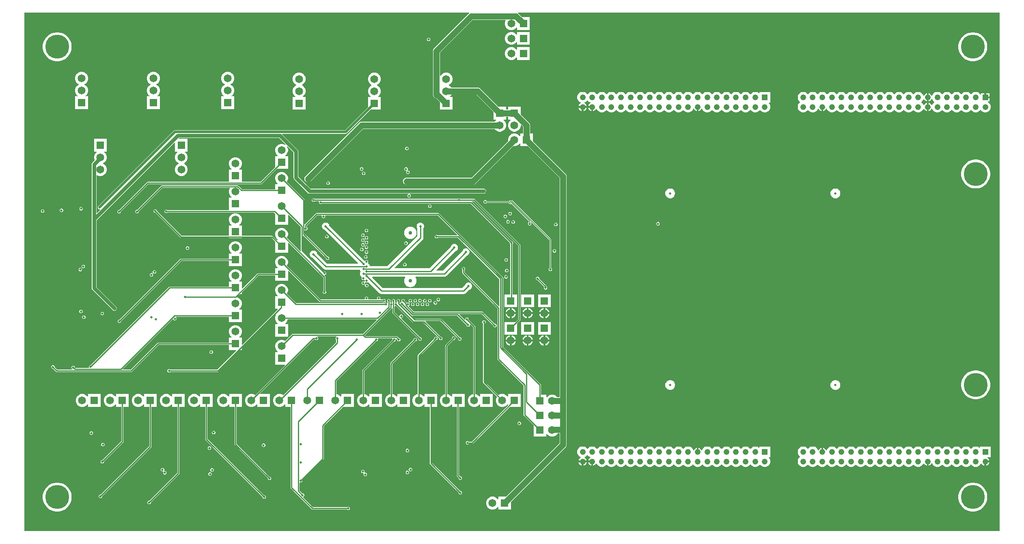
<source format=gbr>
G04*
G04 #@! TF.GenerationSoftware,Altium Limited,Altium Designer,22.4.2 (48)*
G04*
G04 Layer_Physical_Order=5*
G04 Layer_Color=16737945*
%FSLAX25Y25*%
%MOIN*%
G70*
G04*
G04 #@! TF.SameCoordinates,2DCEC4E4-29E6-4739-8FF7-65C193B2F985*
G04*
G04*
G04 #@! TF.FilePolarity,Positive*
G04*
G01*
G75*
%ADD15C,0.01000*%
%ADD59C,0.05000*%
%ADD60C,0.00600*%
%ADD63C,0.02000*%
%ADD64C,0.03000*%
%ADD65C,0.02953*%
%ADD66C,0.06496*%
%ADD67R,0.06496X0.06496*%
%ADD68R,0.06496X0.06496*%
%ADD69R,0.04878X0.04878*%
%ADD70C,0.04878*%
%ADD71C,0.02000*%
%ADD72C,0.19685*%
%ADD73C,0.05000*%
%ADD75C,0.00800*%
G36*
X802961Y2039D02*
X2039D01*
Y427961D01*
X367235D01*
X367404Y427461D01*
X367060Y427197D01*
X338432Y398568D01*
X337967Y397962D01*
X337675Y397257D01*
X337575Y396500D01*
Y360500D01*
X337675Y359743D01*
X337967Y359037D01*
X338432Y358432D01*
X339037Y357967D01*
X339743Y357675D01*
X340256Y357607D01*
X343252Y354611D01*
Y348252D01*
X353748D01*
Y358748D01*
X351731D01*
X351602Y359231D01*
X351722Y359300D01*
X352699Y360278D01*
X352871Y360575D01*
X373187D01*
X387204Y346557D01*
Y340198D01*
X389221D01*
X389350Y339715D01*
X389230Y339645D01*
X388253Y338668D01*
X388081Y338371D01*
X278946D01*
X278189Y338271D01*
X277483Y337979D01*
X276878Y337514D01*
X232932Y293568D01*
X232467Y292963D01*
X232175Y292257D01*
X232075Y291500D01*
X232175Y290743D01*
X232467Y290037D01*
X232932Y289432D01*
X233538Y288967D01*
X234243Y288675D01*
X235000Y288575D01*
X235757Y288675D01*
X236462Y288967D01*
X237068Y289432D01*
X280157Y332521D01*
X388081D01*
X388253Y332224D01*
X389230Y331246D01*
X390427Y330556D01*
X391761Y330198D01*
X393143D01*
X394478Y330556D01*
X395675Y331246D01*
X396652Y332224D01*
X397343Y333420D01*
X397700Y334755D01*
Y336137D01*
X397343Y337472D01*
X396652Y338668D01*
X395675Y339645D01*
X395554Y339715D01*
X395684Y340198D01*
X397700D01*
Y342521D01*
X399204D01*
Y340198D01*
X401221D01*
X401350Y339715D01*
X401230Y339645D01*
X400253Y338668D01*
X399562Y337472D01*
X399204Y336137D01*
Y334755D01*
X399562Y333420D01*
X400253Y332224D01*
X401230Y331246D01*
X402427Y330556D01*
X403761Y330198D01*
X405143D01*
X406478Y330556D01*
X407675Y331246D01*
X408652Y332224D01*
X409343Y333420D01*
X409700Y334755D01*
Y335408D01*
X410162Y335599D01*
X411527Y334234D01*
Y328748D01*
X409204D01*
Y326731D01*
X408721Y326602D01*
X408652Y326722D01*
X407675Y327699D01*
X406478Y328390D01*
X405143Y328748D01*
X403761D01*
X402427Y328390D01*
X401230Y327699D01*
X400253Y326722D01*
X399562Y325526D01*
X399204Y324191D01*
Y322809D01*
X399293Y322477D01*
X369241Y292425D01*
X316000D01*
X315243Y292325D01*
X314538Y292033D01*
X313932Y291568D01*
X313467Y290963D01*
X313175Y290257D01*
X313075Y289500D01*
X313175Y288743D01*
X313467Y288037D01*
X313932Y287432D01*
X314538Y286967D01*
X315243Y286675D01*
X316000Y286575D01*
X370452D01*
X371209Y286675D01*
X371915Y286967D01*
X372521Y287432D01*
X403430Y318341D01*
X403761Y318252D01*
X405143D01*
X406478Y318610D01*
X407675Y319301D01*
X408652Y320278D01*
X408721Y320398D01*
X409204Y320269D01*
Y318252D01*
X415564D01*
X441575Y292241D01*
Y111925D01*
X439826D01*
X439704Y112136D01*
X438727Y113113D01*
X437530Y113804D01*
X436196Y114161D01*
X434814D01*
X433479Y113804D01*
X432282Y113113D01*
X431305Y112136D01*
X431236Y112015D01*
X430753Y112145D01*
Y114161D01*
X426422D01*
Y121995D01*
X426352Y122347D01*
X426153Y122644D01*
X395414Y153384D01*
Y206137D01*
Y209983D01*
X395344Y210335D01*
X395145Y210632D01*
X342791Y262987D01*
X342493Y263186D01*
X342142Y263256D01*
X242151D01*
X241800Y263186D01*
X241502Y262987D01*
X232679Y254164D01*
X232179Y254371D01*
Y273936D01*
X232109Y274287D01*
X231910Y274584D01*
X217596Y288898D01*
X218170Y289892D01*
X218527Y291227D01*
Y292608D01*
X218170Y293943D01*
X217479Y295140D01*
X216502Y296117D01*
X215305Y296808D01*
X213970Y297165D01*
X212589D01*
X211254Y296808D01*
X210057Y296117D01*
X209080Y295140D01*
X208389Y293943D01*
X208031Y292608D01*
Y291227D01*
X208389Y289892D01*
X209080Y288695D01*
X210057Y287718D01*
X210177Y287649D01*
X210048Y287165D01*
X208031D01*
Y282835D01*
X180629D01*
X179887Y283577D01*
X179535Y284187D01*
X178558Y285164D01*
X177948Y285517D01*
X177703Y285762D01*
X177405Y285961D01*
X177054Y286031D01*
X176707D01*
X176026Y286213D01*
X174645D01*
X173964Y286031D01*
X115113D01*
X114762Y285961D01*
X114464Y285762D01*
X94602Y265900D01*
X94222D01*
X93707Y265687D01*
X93313Y265293D01*
X93100Y264778D01*
Y264222D01*
X93313Y263707D01*
X93707Y263313D01*
X94222Y263100D01*
X94779D01*
X95293Y263313D01*
X95687Y263707D01*
X95900Y264222D01*
Y264602D01*
X115493Y284195D01*
X170563D01*
X170852Y283695D01*
X170445Y282991D01*
X170088Y281656D01*
Y280274D01*
X170445Y278939D01*
X171136Y277743D01*
X172113Y276765D01*
X172234Y276696D01*
X172104Y276213D01*
X170088D01*
Y265717D01*
X169635Y265601D01*
X119492D01*
X119223Y265870D01*
X118708Y266083D01*
X118151D01*
X117637Y265870D01*
X117243Y265476D01*
X117030Y264962D01*
Y264405D01*
X117243Y263890D01*
X117637Y263496D01*
X118151Y263283D01*
X118708D01*
X119223Y263496D01*
X119492Y263766D01*
X207134D01*
X208031Y262868D01*
Y253669D01*
X218527D01*
Y261718D01*
X218989Y261910D01*
X228944Y251955D01*
Y232623D01*
X229014Y232272D01*
X229183Y232019D01*
X228795Y231700D01*
X217596Y242898D01*
X218170Y243892D01*
X218527Y245227D01*
Y246608D01*
X218170Y247943D01*
X217479Y249140D01*
X216502Y250117D01*
X215305Y250808D01*
X213970Y251166D01*
X212589D01*
X211254Y250808D01*
X210057Y250117D01*
X209080Y249140D01*
X208389Y247943D01*
X208031Y246608D01*
Y245227D01*
X208389Y243892D01*
X209080Y242695D01*
X210057Y241718D01*
X210177Y241649D01*
X210048Y241165D01*
X209329D01*
X206029Y244466D01*
X205731Y244665D01*
X205380Y244735D01*
X180584D01*
Y253213D01*
X178567D01*
X178437Y253696D01*
X178558Y253766D01*
X179535Y254743D01*
X180226Y255939D01*
X180584Y257274D01*
Y258656D01*
X180226Y259991D01*
X179535Y261187D01*
X178558Y262164D01*
X177361Y262855D01*
X176026Y263213D01*
X174645D01*
X173310Y262855D01*
X172113Y262164D01*
X171136Y261187D01*
X170445Y259991D01*
X170088Y258656D01*
Y257274D01*
X170445Y255939D01*
X171136Y254743D01*
X172113Y253766D01*
X172234Y253696D01*
X172104Y253213D01*
X170088D01*
Y244735D01*
X131063D01*
X110900Y264898D01*
Y265279D01*
X110687Y265793D01*
X110293Y266187D01*
X109778Y266400D01*
X109221D01*
X108707Y266187D01*
X108313Y265793D01*
X108100Y265279D01*
Y264721D01*
X108313Y264207D01*
X108707Y263813D01*
X109221Y263600D01*
X109602D01*
X130034Y243168D01*
X130332Y242969D01*
X130683Y242899D01*
X170088D01*
Y242717D01*
X180584D01*
Y242899D01*
X205000D01*
X208031Y239868D01*
Y230669D01*
X218527D01*
Y238718D01*
X218989Y238910D01*
X247586Y210313D01*
Y199450D01*
X247317Y199181D01*
X247103Y198667D01*
Y198110D01*
X247317Y197595D01*
X247710Y197201D01*
X248225Y196988D01*
X248782D01*
X249296Y197201D01*
X249690Y197595D01*
X249903Y198110D01*
Y198667D01*
X249690Y199181D01*
X249421Y199450D01*
Y210694D01*
X249351Y211045D01*
X249152Y211342D01*
X248446Y212048D01*
X248654Y212548D01*
X248815D01*
X249329Y212761D01*
X249723Y213155D01*
X249937Y213670D01*
Y214227D01*
X249723Y214741D01*
X249329Y215135D01*
X248815Y215348D01*
X248434D01*
X230779Y233003D01*
Y244487D01*
X231241Y244678D01*
X249623Y226297D01*
Y225916D01*
X249836Y225401D01*
X250230Y225008D01*
X250744Y224794D01*
X251301D01*
X251816Y225008D01*
X252209Y225401D01*
X252423Y225916D01*
Y226473D01*
X252209Y226987D01*
X251816Y227381D01*
X251301Y227594D01*
X250920D01*
X232179Y246336D01*
Y248882D01*
X232679Y249216D01*
X232883Y249131D01*
X233440D01*
X233955Y249345D01*
X234348Y249739D01*
X234561Y250253D01*
Y250810D01*
X234348Y251325D01*
X234079Y251594D01*
Y252968D01*
X242531Y261421D01*
X246022D01*
X246357Y260921D01*
X246272Y260717D01*
Y260160D01*
X246485Y259645D01*
X246879Y259251D01*
X247393Y259038D01*
X247951D01*
X248465Y259251D01*
X248859Y259645D01*
X249072Y260160D01*
Y260717D01*
X248988Y260921D01*
X249322Y261421D01*
X341761D01*
X357803Y245380D01*
X357611Y244918D01*
X341562D01*
X341293Y245187D01*
X340778Y245400D01*
X340222D01*
X339707Y245187D01*
X339313Y244793D01*
X339100Y244279D01*
Y243722D01*
X339313Y243207D01*
X339707Y242813D01*
X340222Y242600D01*
X340778D01*
X341293Y242813D01*
X341562Y243082D01*
X358120D01*
X391982Y209220D01*
Y205754D01*
Y186969D01*
X391520Y186777D01*
X363619Y214679D01*
Y216572D01*
X363889Y216842D01*
X364102Y217356D01*
Y217913D01*
X363889Y218428D01*
X363495Y218822D01*
X362980Y219035D01*
X362423D01*
X361909Y218822D01*
X361515Y218428D01*
X361302Y217913D01*
Y217356D01*
X361515Y216842D01*
X361784Y216572D01*
Y214298D01*
X361854Y213947D01*
X362053Y213650D01*
X390582Y185120D01*
Y181118D01*
Y152000D01*
Y143520D01*
X390652Y143169D01*
X390851Y142871D01*
X412082Y121640D01*
Y97487D01*
X412152Y97136D01*
X412351Y96838D01*
X420257Y88933D01*
Y79735D01*
X430753D01*
Y81751D01*
X431236Y81881D01*
X431305Y81760D01*
X432282Y80783D01*
X433479Y80092D01*
X434814Y79735D01*
X436196D01*
X437530Y80092D01*
X438727Y80783D01*
X439704Y81760D01*
X440041Y82344D01*
X441575D01*
Y74212D01*
X397611Y30248D01*
X391252D01*
Y28231D01*
X390769Y28102D01*
X390700Y28222D01*
X389722Y29199D01*
X388526Y29890D01*
X387191Y30248D01*
X385809D01*
X384474Y29890D01*
X383278Y29199D01*
X382300Y28222D01*
X381610Y27026D01*
X381252Y25691D01*
Y24309D01*
X381610Y22974D01*
X382300Y21778D01*
X383278Y20800D01*
X384474Y20110D01*
X385809Y19752D01*
X387191D01*
X388526Y20110D01*
X389722Y20800D01*
X390700Y21778D01*
X390769Y21898D01*
X391252Y21769D01*
Y19752D01*
X401748D01*
Y26111D01*
X446568Y70932D01*
X447033Y71538D01*
X447325Y72243D01*
X447425Y73000D01*
Y86500D01*
Y97000D01*
Y109000D01*
Y293452D01*
X447325Y294209D01*
X447033Y294915D01*
X446568Y295521D01*
X419700Y322389D01*
Y328748D01*
X417377D01*
Y335446D01*
X417278Y336203D01*
X416986Y336908D01*
X416521Y337514D01*
X409700Y344334D01*
Y350694D01*
X399204D01*
Y348371D01*
X397700D01*
Y350694D01*
X391341D01*
X376466Y365568D01*
X375861Y366033D01*
X375155Y366325D01*
X374398Y366425D01*
X352871D01*
X352699Y366722D01*
X351722Y367700D01*
X350836Y368211D01*
Y368789D01*
X351722Y369301D01*
X352699Y370278D01*
X353390Y371474D01*
X353748Y372809D01*
Y374191D01*
X353390Y375526D01*
X352699Y376722D01*
X351722Y377699D01*
X350526Y378390D01*
X349191Y378748D01*
X347809D01*
X346474Y378390D01*
X345278Y377699D01*
X344301Y376722D01*
X343925Y376072D01*
X343425Y376206D01*
Y395288D01*
X370340Y422203D01*
X397076D01*
X397364Y421703D01*
X396962Y421006D01*
X396604Y419671D01*
Y418289D01*
X396962Y416955D01*
X397653Y415758D01*
X398630Y414781D01*
X399826Y414090D01*
X401161Y413732D01*
X402543D01*
X403878Y414090D01*
X405074Y414781D01*
X406051Y415758D01*
X406121Y415878D01*
X406604Y415749D01*
Y413732D01*
X417100D01*
Y424228D01*
X410741D01*
X407772Y427197D01*
X407428Y427461D01*
X407598Y427961D01*
X802961D01*
Y2039D01*
D02*
G37*
%LPC*%
G36*
X417134Y412067D02*
X406638D01*
Y410050D01*
X406155Y409921D01*
X406086Y410042D01*
X405108Y411019D01*
X403912Y411709D01*
X402577Y412067D01*
X401195D01*
X399860Y411709D01*
X398664Y411019D01*
X397687Y410042D01*
X396996Y408845D01*
X396638Y407510D01*
Y406128D01*
X396996Y404793D01*
X397687Y403597D01*
X398664Y402620D01*
X399860Y401929D01*
X401195Y401571D01*
X402577D01*
X403912Y401929D01*
X405108Y402620D01*
X406086Y403597D01*
X406155Y403717D01*
X406638Y403588D01*
Y401571D01*
X417134D01*
Y412067D01*
D02*
G37*
G36*
X334278Y407400D02*
X333721D01*
X333207Y407187D01*
X332813Y406793D01*
X332600Y406279D01*
Y405722D01*
X332813Y405207D01*
X333207Y404813D01*
X333721Y404600D01*
X334278D01*
X334793Y404813D01*
X335187Y405207D01*
X335400Y405722D01*
Y406279D01*
X335187Y406793D01*
X334793Y407187D01*
X334278Y407400D01*
D02*
G37*
G36*
X417137Y399676D02*
X406641D01*
Y397659D01*
X406158Y397530D01*
X406088Y397650D01*
X405111Y398627D01*
X403915Y399318D01*
X402580Y399676D01*
X401198D01*
X399863Y399318D01*
X398667Y398627D01*
X397689Y397650D01*
X396999Y396453D01*
X396641Y395118D01*
Y393737D01*
X396999Y392402D01*
X397689Y391205D01*
X398667Y390228D01*
X399863Y389537D01*
X401198Y389180D01*
X402580D01*
X403915Y389537D01*
X405111Y390228D01*
X406088Y391205D01*
X406158Y391326D01*
X406641Y391196D01*
Y389180D01*
X417137D01*
Y399676D01*
D02*
G37*
G36*
X781932Y411842D02*
X780068D01*
X778227Y411551D01*
X776454Y410975D01*
X774793Y410129D01*
X773285Y409033D01*
X771967Y407715D01*
X770871Y406207D01*
X770025Y404546D01*
X769449Y402773D01*
X769158Y400932D01*
Y399068D01*
X769449Y397227D01*
X770025Y395454D01*
X770871Y393793D01*
X771967Y392285D01*
X773285Y390967D01*
X774793Y389871D01*
X776454Y389025D01*
X778227Y388449D01*
X780068Y388158D01*
X781932D01*
X783773Y388449D01*
X785546Y389025D01*
X787207Y389871D01*
X788715Y390967D01*
X790033Y392285D01*
X791129Y393793D01*
X791975Y395454D01*
X792551Y397227D01*
X792842Y399068D01*
Y400932D01*
X792551Y402773D01*
X791975Y404546D01*
X791129Y406207D01*
X790033Y407715D01*
X788715Y409033D01*
X787207Y410129D01*
X785546Y410975D01*
X783773Y411551D01*
X781932Y411842D01*
D02*
G37*
G36*
X29932D02*
X28068D01*
X26227Y411551D01*
X24454Y410975D01*
X22793Y410129D01*
X21285Y409033D01*
X19967Y407715D01*
X18871Y406207D01*
X18025Y404546D01*
X17449Y402773D01*
X17157Y400932D01*
Y399068D01*
X17449Y397227D01*
X18025Y395454D01*
X18871Y393793D01*
X19967Y392285D01*
X21285Y390967D01*
X22793Y389871D01*
X24454Y389025D01*
X26227Y388449D01*
X28068Y388158D01*
X29932D01*
X31773Y388449D01*
X33546Y389025D01*
X35207Y389871D01*
X36715Y390967D01*
X38033Y392285D01*
X39129Y393793D01*
X39975Y395454D01*
X40551Y397227D01*
X40843Y399068D01*
Y400932D01*
X40551Y402773D01*
X39975Y404546D01*
X39129Y406207D01*
X38033Y407715D01*
X36715Y409033D01*
X35207Y410129D01*
X33546Y410975D01*
X31773Y411551D01*
X29932Y411842D01*
D02*
G37*
G36*
X614563Y362866D02*
X605686D01*
Y361923D01*
X605224Y361732D01*
X604976Y361979D01*
X603964Y362563D01*
X602835Y362866D01*
X601666D01*
X600537Y362563D01*
X599525Y361979D01*
X598698Y361153D01*
X598563Y360919D01*
X598063D01*
X597928Y361153D01*
X597102Y361979D01*
X596090Y362563D01*
X594961Y362866D01*
X593792D01*
X592663Y362563D01*
X591651Y361979D01*
X590824Y361153D01*
X590689Y360919D01*
X590189D01*
X590055Y361153D01*
X589228Y361979D01*
X588216Y362563D01*
X587087Y362866D01*
X585918D01*
X584789Y362563D01*
X583777Y361979D01*
X582950Y361153D01*
X582815Y360919D01*
X582315D01*
X582181Y361153D01*
X581354Y361979D01*
X580342Y362563D01*
X579213Y362866D01*
X578044D01*
X576915Y362563D01*
X575903Y361979D01*
X575076Y361153D01*
X574941Y360919D01*
X574441D01*
X574306Y361153D01*
X573480Y361979D01*
X572468Y362563D01*
X571339Y362866D01*
X570170D01*
X569041Y362563D01*
X568029Y361979D01*
X567202Y361153D01*
X567067Y360919D01*
X566567D01*
X566432Y361153D01*
X565606Y361979D01*
X564594Y362563D01*
X563465Y362866D01*
X562296D01*
X561167Y362563D01*
X560155Y361979D01*
X559328Y361153D01*
X559193Y360919D01*
X558693D01*
X558558Y361153D01*
X557732Y361979D01*
X556720Y362563D01*
X555591Y362866D01*
X554422D01*
X553293Y362563D01*
X552281Y361979D01*
X551454Y361153D01*
X551319Y360919D01*
X550819D01*
X550684Y361153D01*
X549858Y361979D01*
X548846Y362563D01*
X547717Y362866D01*
X546548D01*
X545419Y362563D01*
X544407Y361979D01*
X543580Y361153D01*
X543445Y360919D01*
X542945D01*
X542810Y361153D01*
X541984Y361979D01*
X540972Y362563D01*
X539843Y362866D01*
X538674D01*
X537545Y362563D01*
X536533Y361979D01*
X535706Y361153D01*
X535571Y360919D01*
X535071D01*
X534936Y361153D01*
X534110Y361979D01*
X533098Y362563D01*
X531969Y362866D01*
X530800D01*
X529671Y362563D01*
X528659Y361979D01*
X527832Y361153D01*
X527697Y360919D01*
X527197D01*
X527062Y361153D01*
X526236Y361979D01*
X525224Y362563D01*
X524095Y362866D01*
X522926D01*
X521797Y362563D01*
X520785Y361979D01*
X519958Y361153D01*
X519823Y360919D01*
X519323D01*
X519188Y361153D01*
X518362Y361979D01*
X517350Y362563D01*
X516221Y362866D01*
X515052D01*
X513923Y362563D01*
X512911Y361979D01*
X512084Y361153D01*
X511949Y360919D01*
X511449D01*
X511314Y361153D01*
X510488Y361979D01*
X509476Y362563D01*
X508347Y362866D01*
X507178D01*
X506049Y362563D01*
X505037Y361979D01*
X504210Y361153D01*
X504075Y360919D01*
X503575D01*
X503440Y361153D01*
X502614Y361979D01*
X501602Y362563D01*
X500473Y362866D01*
X499304D01*
X498175Y362563D01*
X497163Y361979D01*
X496336Y361153D01*
X496201Y360919D01*
X495701D01*
X495566Y361153D01*
X494740Y361979D01*
X493728Y362563D01*
X492599Y362866D01*
X491430D01*
X490301Y362563D01*
X489289Y361979D01*
X488462Y361153D01*
X488327Y360919D01*
X487827D01*
X487692Y361153D01*
X486866Y361979D01*
X485854Y362563D01*
X484725Y362866D01*
X483556D01*
X482427Y362563D01*
X481415Y361979D01*
X480588Y361153D01*
X480453Y360919D01*
X479953D01*
X479818Y361153D01*
X478992Y361979D01*
X477979Y362563D01*
X476850Y362866D01*
X475682D01*
X474553Y362563D01*
X473540Y361979D01*
X472714Y361153D01*
X472579Y360919D01*
X472079D01*
X471944Y361153D01*
X471118Y361979D01*
X470105Y362563D01*
X468976Y362866D01*
X467808D01*
X466679Y362563D01*
X465666Y361979D01*
X464840Y361153D01*
X464705Y360919D01*
X464205D01*
X464070Y361153D01*
X463244Y361979D01*
X462231Y362563D01*
X461102Y362866D01*
X459934D01*
X458805Y362563D01*
X457793Y361979D01*
X456966Y361153D01*
X456382Y360140D01*
X456079Y359011D01*
Y357842D01*
X456382Y356714D01*
X456966Y355701D01*
X457793Y354875D01*
X458805Y354291D01*
X459043Y354227D01*
X459096Y354060D01*
X459086Y353697D01*
X458406Y353305D01*
X457766Y352664D01*
X457313Y351880D01*
X457159Y351303D01*
X460518D01*
Y350553D01*
D01*
Y351303D01*
X463877D01*
X463723Y351880D01*
X463270Y352664D01*
X462630Y353305D01*
X461950Y353697D01*
X461940Y354060D01*
X461993Y354227D01*
X462231Y354291D01*
X463244Y354875D01*
X464070Y355701D01*
X464205Y355935D01*
X464705D01*
X464840Y355701D01*
X465666Y354875D01*
X466679Y354291D01*
X466917Y354227D01*
X466970Y354060D01*
X466960Y353697D01*
X466281Y353305D01*
X465640Y352664D01*
X465187Y351880D01*
X465033Y351303D01*
X468392D01*
Y350553D01*
X469142D01*
Y347194D01*
X469719Y347348D01*
X470504Y347801D01*
X471144Y348441D01*
X471536Y349121D01*
X471899Y349131D01*
X472066Y349078D01*
X472130Y348840D01*
X472714Y347827D01*
X473540Y347001D01*
X474553Y346416D01*
X475682Y346114D01*
X476850D01*
X477979Y346416D01*
X478992Y347001D01*
X479818Y347827D01*
X479953Y348061D01*
X480453D01*
X480588Y347827D01*
X481415Y347001D01*
X482427Y346416D01*
X483556Y346114D01*
X484725D01*
X485854Y346416D01*
X486866Y347001D01*
X487692Y347827D01*
X487827Y348061D01*
X488327D01*
X488462Y347827D01*
X489289Y347001D01*
X490301Y346416D01*
X491430Y346114D01*
X492599D01*
X493728Y346416D01*
X494740Y347001D01*
X495566Y347827D01*
X495701Y348061D01*
X496201D01*
X496336Y347827D01*
X497163Y347001D01*
X498175Y346416D01*
X499304Y346114D01*
X500473D01*
X501602Y346416D01*
X502614Y347001D01*
X503440Y347827D01*
X503575Y348061D01*
X504075D01*
X504210Y347827D01*
X505037Y347001D01*
X506049Y346416D01*
X507178Y346114D01*
X508347D01*
X509476Y346416D01*
X510488Y347001D01*
X511314Y347827D01*
X511449Y348061D01*
X511949D01*
X512084Y347827D01*
X512911Y347001D01*
X513923Y346416D01*
X515052Y346114D01*
X516221D01*
X517350Y346416D01*
X518362Y347001D01*
X519188Y347827D01*
X519323Y348061D01*
X519823D01*
X519958Y347827D01*
X520785Y347001D01*
X521797Y346416D01*
X522926Y346114D01*
X524095D01*
X525224Y346416D01*
X526236Y347001D01*
X527062Y347827D01*
X527197Y348061D01*
X527697D01*
X527832Y347827D01*
X528659Y347001D01*
X529671Y346416D01*
X530800Y346114D01*
X531969D01*
X533098Y346416D01*
X534110Y347001D01*
X534936Y347827D01*
X535071Y348061D01*
X535571D01*
X535706Y347827D01*
X536533Y347001D01*
X537545Y346416D01*
X538674Y346114D01*
X539843D01*
X540972Y346416D01*
X541984Y347001D01*
X542810Y347827D01*
X542945Y348061D01*
X543445D01*
X543580Y347827D01*
X544407Y347001D01*
X545419Y346416D01*
X546548Y346114D01*
X547717D01*
X548846Y346416D01*
X549858Y347001D01*
X550684Y347827D01*
X551269Y348840D01*
X551333Y349078D01*
X551500Y349131D01*
X551862Y349121D01*
X552254Y348441D01*
X552895Y347801D01*
X553679Y347348D01*
X554256Y347194D01*
Y350553D01*
X555756D01*
Y347194D01*
X556334Y347348D01*
X557118Y347801D01*
X557758Y348441D01*
X558151Y349121D01*
X558513Y349131D01*
X558680Y349078D01*
X558744Y348840D01*
X559328Y347827D01*
X560155Y347001D01*
X561167Y346416D01*
X562296Y346114D01*
X563465D01*
X564594Y346416D01*
X565606Y347001D01*
X566432Y347827D01*
X566567Y348061D01*
X567067D01*
X567202Y347827D01*
X568029Y347001D01*
X569041Y346416D01*
X570170Y346114D01*
X571339D01*
X572468Y346416D01*
X573480Y347001D01*
X574306Y347827D01*
X574441Y348061D01*
X574941D01*
X575076Y347827D01*
X575903Y347001D01*
X576915Y346416D01*
X578044Y346114D01*
X579213D01*
X580342Y346416D01*
X581354Y347001D01*
X582181Y347827D01*
X582315Y348061D01*
X582815D01*
X582950Y347827D01*
X583777Y347001D01*
X584789Y346416D01*
X585918Y346114D01*
X587087D01*
X588216Y346416D01*
X589228Y347001D01*
X590055Y347827D01*
X590189Y348061D01*
X590689D01*
X590824Y347827D01*
X591651Y347001D01*
X592663Y346416D01*
X593792Y346114D01*
X594961D01*
X596090Y346416D01*
X597102Y347001D01*
X597928Y347827D01*
X598063Y348061D01*
X598563D01*
X598698Y347827D01*
X599525Y347001D01*
X600537Y346416D01*
X601666Y346114D01*
X602835D01*
X603964Y346416D01*
X604976Y347001D01*
X605802Y347827D01*
X605937Y348061D01*
X606437D01*
X606572Y347827D01*
X607399Y347001D01*
X608411Y346416D01*
X609540Y346114D01*
X610709D01*
X611838Y346416D01*
X612850Y347001D01*
X613677Y347827D01*
X614261Y348840D01*
X614563Y349969D01*
Y351137D01*
X614261Y352266D01*
X613677Y353278D01*
X613429Y353526D01*
X613620Y353988D01*
X614563D01*
Y362866D01*
D02*
G37*
G36*
X736693D02*
X735524D01*
X734395Y362563D01*
X733383Y361979D01*
X732557Y361153D01*
X732422Y360919D01*
X731922D01*
X731787Y361153D01*
X730960Y361979D01*
X729948Y362563D01*
X728819Y362866D01*
X727650D01*
X726521Y362563D01*
X725509Y361979D01*
X724683Y361153D01*
X724548Y360919D01*
X724048D01*
X723913Y361153D01*
X723086Y361979D01*
X722074Y362563D01*
X720945Y362866D01*
X719776D01*
X718647Y362563D01*
X717635Y361979D01*
X716809Y361153D01*
X716674Y360919D01*
X716174D01*
X716039Y361153D01*
X715212Y361979D01*
X714200Y362563D01*
X713071Y362866D01*
X711902D01*
X710773Y362563D01*
X709761Y361979D01*
X708935Y361153D01*
X708800Y360919D01*
X708300D01*
X708165Y361153D01*
X707338Y361979D01*
X706326Y362563D01*
X705197Y362866D01*
X704028D01*
X702899Y362563D01*
X701887Y361979D01*
X701061Y361153D01*
X700926Y360919D01*
X700426D01*
X700291Y361153D01*
X699464Y361979D01*
X698452Y362563D01*
X697323Y362866D01*
X696154D01*
X695025Y362563D01*
X694013Y361979D01*
X693187Y361153D01*
X693052Y360919D01*
X692552D01*
X692417Y361153D01*
X691590Y361979D01*
X690578Y362563D01*
X689449Y362866D01*
X688280D01*
X687151Y362563D01*
X686139Y361979D01*
X685313Y361153D01*
X685178Y360919D01*
X684678D01*
X684543Y361153D01*
X683716Y361979D01*
X682704Y362563D01*
X681575Y362866D01*
X680406D01*
X679277Y362563D01*
X678265Y361979D01*
X677439Y361153D01*
X677304Y360919D01*
X676803D01*
X676669Y361153D01*
X675842Y361979D01*
X674830Y362563D01*
X673701Y362866D01*
X672532D01*
X671403Y362563D01*
X670391Y361979D01*
X669564Y361153D01*
X669429Y360919D01*
X668929D01*
X668794Y361153D01*
X667968Y361979D01*
X666956Y362563D01*
X665827Y362866D01*
X664658D01*
X663529Y362563D01*
X662517Y361979D01*
X661690Y361153D01*
X661555Y360919D01*
X661055D01*
X660920Y361153D01*
X660094Y361979D01*
X659082Y362563D01*
X657953Y362866D01*
X656784D01*
X655655Y362563D01*
X654643Y361979D01*
X653816Y361153D01*
X653681Y360919D01*
X653181D01*
X653047Y361153D01*
X652220Y361979D01*
X651208Y362563D01*
X650079Y362866D01*
X648910D01*
X647781Y362563D01*
X646769Y361979D01*
X645942Y361153D01*
X645807Y360919D01*
X645307D01*
X645173Y361153D01*
X644346Y361979D01*
X643334Y362563D01*
X642205Y362866D01*
X641036D01*
X639907Y362563D01*
X638895Y361979D01*
X638068Y361153D01*
X637484Y360140D01*
X637182Y359011D01*
Y357842D01*
X637484Y356714D01*
X638068Y355701D01*
X638895Y354875D01*
X639129Y354740D01*
Y354240D01*
X638895Y354105D01*
X638068Y353278D01*
X637484Y352266D01*
X637182Y351137D01*
Y349969D01*
X637484Y348840D01*
X638068Y347827D01*
X638895Y347001D01*
X639907Y346416D01*
X641036Y346114D01*
X642205D01*
X643334Y346416D01*
X644346Y347001D01*
X645173Y347827D01*
X645307Y348061D01*
X645807D01*
X645942Y347827D01*
X646769Y347001D01*
X647781Y346416D01*
X648910Y346114D01*
X650079D01*
X651208Y346416D01*
X652220Y347001D01*
X653047Y347827D01*
X653631Y348840D01*
X653695Y349078D01*
X653862Y349131D01*
X654224Y349121D01*
X654617Y348441D01*
X655257Y347801D01*
X656041Y347348D01*
X656618Y347194D01*
Y350553D01*
X658118D01*
Y347194D01*
X658696Y347348D01*
X659480Y347801D01*
X660120Y348441D01*
X660513Y349121D01*
X660875Y349131D01*
X661042Y349078D01*
X661106Y348840D01*
X661690Y347827D01*
X662517Y347001D01*
X663529Y346416D01*
X664658Y346114D01*
X665827D01*
X666956Y346416D01*
X667968Y347001D01*
X668794Y347827D01*
X668929Y348061D01*
X669429D01*
X669564Y347827D01*
X670391Y347001D01*
X671403Y346416D01*
X672532Y346114D01*
X673701D01*
X674830Y346416D01*
X675842Y347001D01*
X676669Y347827D01*
X676803Y348061D01*
X677304D01*
X677439Y347827D01*
X678265Y347001D01*
X679277Y346416D01*
X680406Y346114D01*
X681575D01*
X682704Y346416D01*
X683716Y347001D01*
X684543Y347827D01*
X684678Y348061D01*
X685178D01*
X685313Y347827D01*
X686139Y347001D01*
X687151Y346416D01*
X688280Y346114D01*
X689449D01*
X690578Y346416D01*
X691590Y347001D01*
X692417Y347827D01*
X692552Y348061D01*
X693052D01*
X693187Y347827D01*
X694013Y347001D01*
X695025Y346416D01*
X696154Y346114D01*
X697323D01*
X698452Y346416D01*
X699464Y347001D01*
X700291Y347827D01*
X700426Y348061D01*
X700926D01*
X701061Y347827D01*
X701887Y347001D01*
X702899Y346416D01*
X704028Y346114D01*
X705197D01*
X706326Y346416D01*
X707338Y347001D01*
X708165Y347827D01*
X708300Y348061D01*
X708800D01*
X708935Y347827D01*
X709761Y347001D01*
X710773Y346416D01*
X711902Y346114D01*
X713071D01*
X714200Y346416D01*
X715212Y347001D01*
X716039Y347827D01*
X716174Y348061D01*
X716674D01*
X716809Y347827D01*
X717635Y347001D01*
X718647Y346416D01*
X719776Y346114D01*
X720945D01*
X722074Y346416D01*
X723086Y347001D01*
X723913Y347827D01*
X724048Y348061D01*
X724548D01*
X724683Y347827D01*
X725509Y347001D01*
X726521Y346416D01*
X727650Y346114D01*
X728819D01*
X729948Y346416D01*
X730960Y347001D01*
X731787Y347827D01*
X731922Y348061D01*
X732422D01*
X732557Y347827D01*
X733383Y347001D01*
X734395Y346416D01*
X735524Y346114D01*
X736693D01*
X737822Y346416D01*
X738834Y347001D01*
X739661Y347827D01*
X740245Y348840D01*
X740309Y349078D01*
X740476Y349131D01*
X740838Y349121D01*
X741231Y348441D01*
X741871Y347801D01*
X742655Y347348D01*
X743233Y347194D01*
Y350553D01*
Y353912D01*
X742655Y353758D01*
X741871Y353305D01*
X741231Y352664D01*
X740838Y351985D01*
X740476Y351975D01*
X740309Y352028D01*
X740245Y352266D01*
X739661Y353278D01*
X738834Y354105D01*
X738600Y354240D01*
Y354740D01*
X738834Y354875D01*
X739661Y355701D01*
X740245Y356714D01*
X740309Y356952D01*
X740476Y357004D01*
X740838Y356995D01*
X741231Y356315D01*
X741871Y355675D01*
X742655Y355222D01*
X743233Y355068D01*
Y358427D01*
Y361786D01*
X742655Y361631D01*
X741871Y361179D01*
X741231Y360539D01*
X740838Y359859D01*
X740476Y359849D01*
X740309Y359902D01*
X740245Y360140D01*
X739661Y361153D01*
X738834Y361979D01*
X737822Y362563D01*
X736693Y362866D01*
D02*
G37*
G36*
X783937D02*
X782768D01*
X781639Y362563D01*
X780627Y361979D01*
X779801Y361153D01*
X779666Y360919D01*
X779166D01*
X779031Y361153D01*
X778204Y361979D01*
X777192Y362563D01*
X776063Y362866D01*
X774894D01*
X773765Y362563D01*
X772753Y361979D01*
X771927Y361153D01*
X771792Y360919D01*
X771292D01*
X771157Y361153D01*
X770330Y361979D01*
X769318Y362563D01*
X768189Y362866D01*
X767020D01*
X765891Y362563D01*
X764879Y361979D01*
X764053Y361153D01*
X763918Y360919D01*
X763418D01*
X763283Y361153D01*
X762456Y361979D01*
X761444Y362563D01*
X760315Y362866D01*
X759146D01*
X758017Y362563D01*
X757005Y361979D01*
X756179Y361153D01*
X756044Y360919D01*
X755544D01*
X755409Y361153D01*
X754582Y361979D01*
X753570Y362563D01*
X752441Y362866D01*
X751272D01*
X750143Y362563D01*
X749131Y361979D01*
X748305Y361153D01*
X747720Y360140D01*
X747656Y359902D01*
X747489Y359849D01*
X747127Y359859D01*
X746735Y360539D01*
X746094Y361179D01*
X745310Y361631D01*
X744733Y361786D01*
Y358427D01*
Y355068D01*
X745310Y355222D01*
X746094Y355675D01*
X746735Y356315D01*
X747127Y356995D01*
X747489Y357004D01*
X747656Y356952D01*
X747720Y356714D01*
X748305Y355701D01*
X749131Y354875D01*
X749365Y354740D01*
Y354240D01*
X749131Y354105D01*
X748305Y353278D01*
X747720Y352266D01*
X747656Y352028D01*
X747489Y351975D01*
X747127Y351985D01*
X746735Y352664D01*
X746094Y353305D01*
X745310Y353758D01*
X744733Y353912D01*
Y350553D01*
Y347194D01*
X745310Y347348D01*
X746094Y347801D01*
X746735Y348441D01*
X747127Y349121D01*
X747489Y349131D01*
X747656Y349078D01*
X747720Y348840D01*
X748305Y347827D01*
X749131Y347001D01*
X750143Y346416D01*
X751272Y346114D01*
X752441D01*
X753570Y346416D01*
X754582Y347001D01*
X755409Y347827D01*
X755544Y348061D01*
X756044D01*
X756179Y347827D01*
X757005Y347001D01*
X758017Y346416D01*
X759146Y346114D01*
X760315D01*
X761444Y346416D01*
X762456Y347001D01*
X763283Y347827D01*
X763418Y348061D01*
X763918D01*
X764053Y347827D01*
X764879Y347001D01*
X765891Y346416D01*
X767020Y346114D01*
X768189D01*
X769318Y346416D01*
X770330Y347001D01*
X771157Y347827D01*
X771292Y348061D01*
X771792D01*
X771927Y347827D01*
X772753Y347001D01*
X773765Y346416D01*
X774894Y346114D01*
X776063D01*
X777192Y346416D01*
X778204Y347001D01*
X779031Y347827D01*
X779166Y348061D01*
X779666D01*
X779801Y347827D01*
X780627Y347001D01*
X781639Y346416D01*
X782768Y346114D01*
X783937D01*
X785066Y346416D01*
X786078Y347001D01*
X786905Y347827D01*
X787040Y348061D01*
X787540D01*
X787675Y347827D01*
X788501Y347001D01*
X789513Y346416D01*
X790642Y346114D01*
X791811D01*
X792940Y346416D01*
X793952Y347001D01*
X794779Y347827D01*
X795363Y348840D01*
X795666Y349969D01*
Y351137D01*
X795363Y352266D01*
X794779Y353278D01*
X793952Y354105D01*
X793289Y354488D01*
X793423Y354988D01*
X794666D01*
Y357677D01*
X791227D01*
Y358427D01*
X790477D01*
Y361866D01*
X787788D01*
Y360623D01*
X787288Y360489D01*
X786905Y361153D01*
X786078Y361979D01*
X785066Y362563D01*
X783937Y362866D01*
D02*
G37*
G36*
X794666Y361866D02*
X791977D01*
Y359177D01*
X794666D01*
Y361866D01*
D02*
G37*
G36*
X169691Y379248D02*
X168309D01*
X166974Y378890D01*
X165778Y378200D01*
X164801Y377222D01*
X164110Y376026D01*
X163752Y374691D01*
Y373309D01*
X164110Y371974D01*
X164801Y370778D01*
X165778Y369800D01*
X166664Y369289D01*
Y368711D01*
X165778Y368199D01*
X164801Y367222D01*
X164110Y366026D01*
X163752Y364691D01*
Y363309D01*
X164110Y361974D01*
X164801Y360778D01*
X165778Y359801D01*
X165898Y359731D01*
X165769Y359248D01*
X163752D01*
Y348752D01*
X174248D01*
Y359248D01*
X172231D01*
X172102Y359731D01*
X172222Y359801D01*
X173199Y360778D01*
X173890Y361974D01*
X174248Y363309D01*
Y364691D01*
X173890Y366026D01*
X173199Y367222D01*
X172222Y368199D01*
X171336Y368711D01*
Y369289D01*
X172222Y369800D01*
X173199Y370778D01*
X173890Y371974D01*
X174248Y373309D01*
Y374691D01*
X173890Y376026D01*
X173199Y377222D01*
X172222Y378200D01*
X171026Y378890D01*
X169691Y379248D01*
D02*
G37*
G36*
X108691D02*
X107309D01*
X105974Y378890D01*
X104778Y378200D01*
X103800Y377222D01*
X103110Y376026D01*
X102752Y374691D01*
Y373309D01*
X103110Y371974D01*
X103800Y370778D01*
X104778Y369800D01*
X105664Y369289D01*
Y368711D01*
X104778Y368199D01*
X103800Y367222D01*
X103110Y366026D01*
X102752Y364691D01*
Y363309D01*
X103110Y361974D01*
X103800Y360778D01*
X104778Y359801D01*
X104898Y359731D01*
X104769Y359248D01*
X102752D01*
Y348752D01*
X113248D01*
Y359248D01*
X111231D01*
X111102Y359731D01*
X111222Y359801D01*
X112199Y360778D01*
X112890Y361974D01*
X113248Y363309D01*
Y364691D01*
X112890Y366026D01*
X112199Y367222D01*
X111222Y368199D01*
X110336Y368711D01*
Y369289D01*
X111222Y369800D01*
X112199Y370778D01*
X112890Y371974D01*
X113248Y373309D01*
Y374691D01*
X112890Y376026D01*
X112199Y377222D01*
X111222Y378200D01*
X110026Y378890D01*
X108691Y379248D01*
D02*
G37*
G36*
X49691D02*
X48309D01*
X46974Y378890D01*
X45778Y378200D01*
X44800Y377222D01*
X44110Y376026D01*
X43752Y374691D01*
Y373309D01*
X44110Y371974D01*
X44800Y370778D01*
X45778Y369800D01*
X46664Y369289D01*
Y368711D01*
X45778Y368199D01*
X44800Y367222D01*
X44110Y366026D01*
X43752Y364691D01*
Y363309D01*
X44110Y361974D01*
X44800Y360778D01*
X45778Y359801D01*
X45898Y359731D01*
X45769Y359248D01*
X43752D01*
Y348752D01*
X54248D01*
Y359248D01*
X52231D01*
X52102Y359731D01*
X52222Y359801D01*
X53199Y360778D01*
X53890Y361974D01*
X54248Y363309D01*
Y364691D01*
X53890Y366026D01*
X53199Y367222D01*
X52222Y368199D01*
X51336Y368711D01*
Y369289D01*
X52222Y369800D01*
X53199Y370778D01*
X53890Y371974D01*
X54248Y373309D01*
Y374691D01*
X53890Y376026D01*
X53199Y377222D01*
X52222Y378200D01*
X51026Y378890D01*
X49691Y379248D01*
D02*
G37*
G36*
X228320Y378793D02*
X226938D01*
X225603Y378435D01*
X224406Y377744D01*
X223429Y376767D01*
X222738Y375570D01*
X222381Y374236D01*
Y372854D01*
X222738Y371519D01*
X223429Y370322D01*
X224406Y369345D01*
X225293Y368833D01*
Y368256D01*
X224406Y367744D01*
X223429Y366767D01*
X222738Y365570D01*
X222381Y364236D01*
Y362854D01*
X222738Y361519D01*
X223429Y360322D01*
X224406Y359345D01*
X224527Y359276D01*
X224397Y358793D01*
X222381D01*
Y348297D01*
X232877D01*
Y358793D01*
X230860D01*
X230731Y359276D01*
X230851Y359345D01*
X231828Y360322D01*
X232519Y361519D01*
X232877Y362854D01*
Y364236D01*
X232519Y365570D01*
X231828Y366767D01*
X230851Y367744D01*
X229965Y368256D01*
Y368833D01*
X230851Y369345D01*
X231828Y370322D01*
X232519Y371519D01*
X232877Y372854D01*
Y374236D01*
X232519Y375570D01*
X231828Y376767D01*
X230851Y377744D01*
X229655Y378435D01*
X228320Y378793D01*
D02*
G37*
G36*
X463877Y349803D02*
X461268D01*
Y347194D01*
X461845Y347348D01*
X462630Y347801D01*
X463270Y348441D01*
X463723Y349225D01*
X463877Y349803D01*
D02*
G37*
G36*
X467642D02*
X465033D01*
X465187Y349225D01*
X465640Y348441D01*
X466281Y347801D01*
X467065Y347348D01*
X467642Y347194D01*
Y349803D01*
D02*
G37*
G36*
X459768D02*
X457159D01*
X457313Y349225D01*
X457766Y348441D01*
X458406Y347801D01*
X459191Y347348D01*
X459768Y347194D01*
Y349803D01*
D02*
G37*
G36*
X290191Y378748D02*
X288809D01*
X287474Y378390D01*
X286278Y377699D01*
X285300Y376722D01*
X284610Y375526D01*
X284252Y374191D01*
Y372809D01*
X284610Y371474D01*
X285300Y370278D01*
X286278Y369301D01*
X287164Y368789D01*
Y368211D01*
X286278Y367700D01*
X285300Y366722D01*
X284610Y365526D01*
X284252Y364191D01*
Y362809D01*
X284610Y361474D01*
X285300Y360278D01*
X286278Y359300D01*
X286398Y359231D01*
X286269Y358748D01*
X284252D01*
Y350271D01*
X265309Y331327D01*
X125638D01*
X125638Y331327D01*
X125092Y331219D01*
X124629Y330909D01*
X124629Y330909D01*
X62629Y268909D01*
X62550Y268792D01*
X62451Y268693D01*
X62397Y268563D01*
X62319Y268446D01*
X62292Y268308D01*
X62238Y268179D01*
Y268038D01*
X62211Y267900D01*
X62238Y267762D01*
Y267621D01*
X62292Y267492D01*
X62319Y267354D01*
X62397Y267237D01*
X62451Y267107D01*
X62550Y267008D01*
X62629Y266891D01*
X62745Y266812D01*
X62845Y266713D01*
X62975Y266659D01*
X63092Y266581D01*
X63230Y266554D01*
X63359Y266500D01*
X63500D01*
X63638Y266473D01*
X63653Y266476D01*
X64071Y266278D01*
X64208Y266082D01*
X64209Y266076D01*
X64224Y265964D01*
X61688Y263428D01*
X61226Y263619D01*
Y294394D01*
X61659Y294644D01*
X62411Y294210D01*
X63746Y293853D01*
X65128D01*
X66463Y294210D01*
X67659Y294901D01*
X68637Y295878D01*
X69327Y297075D01*
X69685Y298410D01*
Y299792D01*
X69327Y301126D01*
X68637Y302323D01*
X67659Y303300D01*
X66773Y303812D01*
Y304389D01*
X67659Y304901D01*
X68637Y305878D01*
X69327Y307075D01*
X69685Y308410D01*
Y309791D01*
X69327Y311126D01*
X68637Y312323D01*
X67659Y313300D01*
X67539Y313370D01*
X67668Y313853D01*
X69685D01*
Y324349D01*
X59189D01*
Y313853D01*
X61206D01*
X61335Y313370D01*
X61215Y313300D01*
X60237Y312323D01*
X59547Y311126D01*
X59189Y309791D01*
Y308410D01*
X59547Y307075D01*
X59834Y306576D01*
X57919Y304661D01*
X57499Y304033D01*
X57352Y303291D01*
Y258289D01*
Y201711D01*
X57499Y200970D01*
X57919Y200341D01*
X74630Y183630D01*
X75259Y183210D01*
X76000Y183063D01*
X76741Y183210D01*
X77370Y183630D01*
X77790Y184259D01*
X77937Y185000D01*
X77790Y185741D01*
X77370Y186370D01*
X61226Y202514D01*
Y257487D01*
X125198Y321459D01*
X125660Y321267D01*
Y313853D01*
X127677D01*
X127806Y313370D01*
X127686Y313300D01*
X126709Y312323D01*
X126018Y311126D01*
X125660Y309791D01*
Y308410D01*
X126018Y307075D01*
X126709Y305878D01*
X127686Y304901D01*
X128572Y304389D01*
Y303812D01*
X127686Y303300D01*
X126709Y302323D01*
X126018Y301126D01*
X125660Y299792D01*
Y298410D01*
X126018Y297075D01*
X126709Y295878D01*
X127686Y294901D01*
X128882Y294210D01*
X130217Y293853D01*
X131599D01*
X132934Y294210D01*
X134131Y294901D01*
X135108Y295878D01*
X135799Y297075D01*
X136156Y298410D01*
Y299792D01*
X135799Y301126D01*
X135108Y302323D01*
X134131Y303300D01*
X133244Y303812D01*
Y304389D01*
X134131Y304901D01*
X135108Y305878D01*
X135799Y307075D01*
X136156Y308410D01*
Y309791D01*
X135799Y311126D01*
X135108Y312323D01*
X134131Y313300D01*
X134010Y313370D01*
X134139Y313853D01*
X136156D01*
Y324349D01*
X129031D01*
X128785Y324849D01*
X128951Y325063D01*
X211198D01*
X216654Y319606D01*
X216347Y319206D01*
X215305Y319808D01*
X213970Y320165D01*
X212589D01*
X211254Y319808D01*
X210057Y319117D01*
X209080Y318140D01*
X208389Y316943D01*
X208031Y315608D01*
Y314227D01*
X208389Y312892D01*
X209080Y311695D01*
X210057Y310718D01*
X210177Y310648D01*
X210048Y310166D01*
X208031D01*
Y300967D01*
X195982Y288918D01*
X180584D01*
Y299213D01*
X178567D01*
X178437Y299696D01*
X178558Y299765D01*
X179535Y300743D01*
X180226Y301939D01*
X180584Y303274D01*
Y304656D01*
X180226Y305991D01*
X179535Y307187D01*
X178558Y308164D01*
X177361Y308855D01*
X176026Y309213D01*
X174645D01*
X173310Y308855D01*
X172113Y308164D01*
X171136Y307187D01*
X170445Y305991D01*
X170088Y304656D01*
Y303274D01*
X170445Y301939D01*
X171136Y300743D01*
X172113Y299765D01*
X172234Y299696D01*
X172104Y299213D01*
X170088D01*
Y288918D01*
X103322D01*
X102970Y288848D01*
X102673Y288649D01*
X79824Y265800D01*
X79443D01*
X78929Y265587D01*
X78535Y265193D01*
X78321Y264679D01*
Y264122D01*
X78535Y263607D01*
X78929Y263213D01*
X79443Y263000D01*
X80000D01*
X80515Y263213D01*
X80908Y263607D01*
X81121Y264122D01*
Y264502D01*
X103702Y287082D01*
X196362D01*
X196713Y287152D01*
X197011Y287351D01*
X209329Y299669D01*
X218527D01*
Y310166D01*
X216511D01*
X216381Y310648D01*
X216502Y310718D01*
X217479Y311695D01*
X218170Y312892D01*
X218527Y314227D01*
Y315608D01*
X218170Y316943D01*
X217568Y317985D01*
X217968Y318292D01*
X223063Y313198D01*
Y292500D01*
X223210Y291759D01*
X223630Y291130D01*
X234815Y279945D01*
X235444Y279525D01*
X236185Y279378D01*
X317668D01*
X317722Y278900D01*
X317207Y278687D01*
X316813Y278293D01*
X316600Y277779D01*
Y277221D01*
X316813Y276707D01*
X317207Y276313D01*
X317722Y276100D01*
X318279D01*
X318793Y276313D01*
X319187Y276707D01*
X319400Y277221D01*
Y277779D01*
X319187Y278293D01*
X318793Y278687D01*
X318279Y278900D01*
X318332Y279378D01*
X379315D01*
X380056Y279525D01*
X380685Y279945D01*
X381105Y280574D01*
X381252Y281315D01*
X381105Y282056D01*
X380685Y282685D01*
X380056Y283105D01*
X379315Y283252D01*
X236987D01*
X226937Y293302D01*
Y314000D01*
X226790Y314741D01*
X226370Y315370D01*
X213767Y327973D01*
X213974Y328473D01*
X265900D01*
X265900Y328473D01*
X266446Y328581D01*
X266909Y328891D01*
X286271Y348252D01*
X294748D01*
Y358748D01*
X292731D01*
X292602Y359231D01*
X292722Y359300D01*
X293700Y360278D01*
X294390Y361474D01*
X294748Y362809D01*
Y364191D01*
X294390Y365526D01*
X293700Y366722D01*
X292722Y367700D01*
X291836Y368211D01*
Y368789D01*
X292722Y369301D01*
X293700Y370278D01*
X294390Y371474D01*
X294748Y372809D01*
Y374191D01*
X294390Y375526D01*
X293700Y376722D01*
X292722Y377699D01*
X291526Y378390D01*
X290191Y378748D01*
D02*
G37*
G36*
X316500Y317800D02*
X315943D01*
X315428Y317587D01*
X315035Y317193D01*
X314822Y316679D01*
Y316122D01*
X315035Y315607D01*
X315428Y315213D01*
X315943Y315000D01*
X316500D01*
X317015Y315213D01*
X317408Y315607D01*
X317621Y316122D01*
Y316679D01*
X317408Y317193D01*
X317015Y317587D01*
X316500Y317800D01*
D02*
G37*
G36*
X279278Y300900D02*
X278721D01*
X278207Y300687D01*
X277813Y300293D01*
X277600Y299779D01*
Y299221D01*
X277813Y298707D01*
X278207Y298313D01*
X278721Y298100D01*
X279278D01*
X279793Y298313D01*
X280187Y298707D01*
X280400Y299221D01*
Y299779D01*
X280187Y300293D01*
X279793Y300687D01*
X279278Y300900D01*
D02*
G37*
G36*
X315778D02*
X315222D01*
X314707Y300687D01*
X314313Y300293D01*
X314100Y299779D01*
Y299221D01*
X314313Y298707D01*
X314707Y298313D01*
X315222Y298100D01*
X315697D01*
X315857Y297878D01*
X315943Y297638D01*
X315863Y297559D01*
X315650Y297044D01*
Y296487D01*
X315863Y295973D01*
X316257Y295579D01*
X316772Y295366D01*
X317329D01*
X317843Y295579D01*
X318237Y295973D01*
X318450Y296487D01*
Y297044D01*
X318237Y297559D01*
X317843Y297953D01*
X317329Y298166D01*
X316853D01*
X316693Y298388D01*
X316608Y298628D01*
X316687Y298707D01*
X316900Y299221D01*
Y299779D01*
X316687Y300293D01*
X316293Y300687D01*
X315778Y300900D01*
D02*
G37*
G36*
X280978Y297400D02*
X280421D01*
X279907Y297187D01*
X279513Y296793D01*
X279300Y296279D01*
Y295722D01*
X279513Y295207D01*
X279907Y294813D01*
X280421Y294600D01*
X280978D01*
X281493Y294813D01*
X281887Y295207D01*
X282100Y295722D01*
Y296279D01*
X281887Y296793D01*
X281493Y297187D01*
X280978Y297400D01*
D02*
G37*
G36*
X251779Y289400D02*
X251221D01*
X250707Y289187D01*
X250313Y288793D01*
X250100Y288279D01*
Y287721D01*
X250313Y287207D01*
X250707Y286813D01*
X251221Y286600D01*
X251779D01*
X252293Y286813D01*
X252687Y287207D01*
X252900Y287721D01*
Y288279D01*
X252687Y288793D01*
X252293Y289187D01*
X251779Y289400D01*
D02*
G37*
G36*
X784285Y307277D02*
X782421D01*
X780580Y306986D01*
X778807Y306410D01*
X777146Y305563D01*
X775638Y304468D01*
X774320Y303150D01*
X773224Y301642D01*
X772378Y299981D01*
X771802Y298208D01*
X771510Y296367D01*
Y294503D01*
X771802Y292662D01*
X772378Y290889D01*
X773224Y289228D01*
X774320Y287720D01*
X775638Y286402D01*
X777146Y285306D01*
X778807Y284460D01*
X780580Y283884D01*
X782421Y283592D01*
X784285D01*
X786126Y283884D01*
X787899Y284460D01*
X789560Y285306D01*
X791068Y286402D01*
X792386Y287720D01*
X793481Y289228D01*
X794328Y290889D01*
X794904Y292662D01*
X795195Y294503D01*
Y296367D01*
X794904Y298208D01*
X794328Y299981D01*
X793481Y301642D01*
X792386Y303150D01*
X791068Y304468D01*
X789560Y305563D01*
X787899Y306410D01*
X786126Y306986D01*
X784285Y307277D01*
D02*
G37*
G36*
X668686Y283549D02*
X667633D01*
X666616Y283276D01*
X665704Y282750D01*
X664959Y282005D01*
X664432Y281093D01*
X664160Y280076D01*
Y279022D01*
X664432Y278005D01*
X664959Y277093D01*
X665704Y276348D01*
X666616Y275821D01*
X667633Y275549D01*
X668686D01*
X669704Y275821D01*
X670616Y276348D01*
X671361Y277093D01*
X671887Y278005D01*
X672160Y279022D01*
Y280076D01*
X671887Y281093D01*
X671361Y282005D01*
X670616Y282750D01*
X669704Y283276D01*
X668686Y283549D01*
D02*
G37*
G36*
X532954D02*
X531901D01*
X530884Y283276D01*
X529971Y282750D01*
X529227Y282005D01*
X528700Y281093D01*
X528427Y280076D01*
Y279022D01*
X528700Y278005D01*
X529227Y277093D01*
X529971Y276348D01*
X530884Y275821D01*
X531901Y275549D01*
X532954D01*
X533971Y275821D01*
X534883Y276348D01*
X535628Y277093D01*
X536155Y278005D01*
X536427Y279022D01*
Y280076D01*
X536155Y281093D01*
X535628Y282005D01*
X534883Y282750D01*
X533971Y283276D01*
X532954Y283549D01*
D02*
G37*
G36*
X359278Y275400D02*
X358721D01*
X358207Y275187D01*
X357938Y274918D01*
X240562D01*
X240293Y275187D01*
X239778Y275400D01*
X239222D01*
X238707Y275187D01*
X238313Y274793D01*
X238100Y274278D01*
Y273722D01*
X238313Y273207D01*
X238707Y272813D01*
X239222Y272600D01*
X239778D01*
X240293Y272813D01*
X240562Y273082D01*
X243750D01*
X244085Y272582D01*
X244000Y272378D01*
Y271821D01*
X244213Y271307D01*
X244607Y270913D01*
X245122Y270700D01*
X245678D01*
X246193Y270913D01*
X246462Y271182D01*
X368520D01*
X400600Y239102D01*
Y238721D01*
X400813Y238207D01*
X401082Y237938D01*
Y196387D01*
X396231D01*
Y185891D01*
X406727D01*
Y196387D01*
X402918D01*
Y237938D01*
X403187Y238207D01*
X403400Y238721D01*
Y239279D01*
X403187Y239793D01*
X402793Y240187D01*
X402279Y240400D01*
X401898D01*
X369715Y272582D01*
X369922Y273082D01*
X371120D01*
X407582Y236620D01*
Y176016D01*
X405429Y173863D01*
X396231D01*
Y163367D01*
X406727D01*
Y172565D01*
X409149Y174987D01*
X409348Y175285D01*
X409418Y175636D01*
Y237000D01*
X409348Y237351D01*
X409149Y237649D01*
X372149Y274649D01*
X371851Y274848D01*
X371500Y274918D01*
X360062D01*
X359793Y275187D01*
X359278Y275400D01*
D02*
G37*
G36*
X335279Y270400D02*
X334721D01*
X334207Y270187D01*
X333813Y269793D01*
X333600Y269279D01*
Y268722D01*
X333813Y268207D01*
X334207Y267813D01*
X334721Y267600D01*
X335279D01*
X335793Y267813D01*
X336187Y268207D01*
X336400Y268722D01*
Y269279D01*
X336187Y269793D01*
X335793Y270187D01*
X335279Y270400D01*
D02*
G37*
G36*
X48881Y268300D02*
X48324D01*
X47809Y268087D01*
X47415Y267693D01*
X47202Y267179D01*
Y266621D01*
X47415Y266107D01*
X47809Y265713D01*
X48324Y265500D01*
X48881D01*
X49395Y265713D01*
X49789Y266107D01*
X50002Y266621D01*
Y267179D01*
X49789Y267693D01*
X49395Y268087D01*
X48881Y268300D01*
D02*
G37*
G36*
X32778Y266900D02*
X32221D01*
X31707Y266687D01*
X31313Y266293D01*
X31100Y265778D01*
Y265222D01*
X31313Y264707D01*
X31707Y264313D01*
X32221Y264100D01*
X32778D01*
X33293Y264313D01*
X33687Y264707D01*
X33900Y265222D01*
Y265778D01*
X33687Y266293D01*
X33293Y266687D01*
X32778Y266900D01*
D02*
G37*
G36*
X17278Y266400D02*
X16722D01*
X16207Y266187D01*
X15813Y265793D01*
X15600Y265279D01*
Y264721D01*
X15813Y264207D01*
X16207Y263813D01*
X16722Y263600D01*
X17278D01*
X17793Y263813D01*
X18187Y264207D01*
X18400Y264721D01*
Y265279D01*
X18187Y265793D01*
X17793Y266187D01*
X17278Y266400D01*
D02*
G37*
G36*
X401278Y264200D02*
X400722D01*
X400207Y263987D01*
X399813Y263593D01*
X399600Y263078D01*
Y262522D01*
X399813Y262007D01*
X400207Y261613D01*
X400722Y261400D01*
X401278D01*
X401793Y261613D01*
X402187Y262007D01*
X402400Y262522D01*
Y263078D01*
X402187Y263593D01*
X401793Y263987D01*
X401278Y264200D01*
D02*
G37*
G36*
X397278Y261900D02*
X396722D01*
X396207Y261687D01*
X395813Y261293D01*
X395600Y260778D01*
Y260222D01*
X395813Y259707D01*
X396207Y259313D01*
X396722Y259100D01*
X397278D01*
X397793Y259313D01*
X398187Y259707D01*
X398400Y260222D01*
Y260778D01*
X398187Y261293D01*
X397793Y261687D01*
X397278Y261900D01*
D02*
G37*
G36*
X399578Y257600D02*
X399022D01*
X398507Y257387D01*
X398113Y256993D01*
X397900Y256479D01*
Y255922D01*
X398113Y255407D01*
X398507Y255013D01*
X399022Y254800D01*
X399578D01*
X400093Y255013D01*
X400487Y255407D01*
X400700Y255922D01*
Y256479D01*
X400487Y256993D01*
X400093Y257387D01*
X399578Y257600D01*
D02*
G37*
G36*
X403779Y257400D02*
X403222D01*
X402707Y257187D01*
X402313Y256793D01*
X402100Y256278D01*
Y255721D01*
X402313Y255207D01*
X402707Y254813D01*
X403222Y254600D01*
X403779D01*
X404293Y254813D01*
X404687Y255207D01*
X404900Y255721D01*
Y256278D01*
X404687Y256793D01*
X404293Y257187D01*
X403779Y257400D01*
D02*
G37*
G36*
X522704Y255900D02*
X522147D01*
X521632Y255687D01*
X521238Y255293D01*
X521025Y254779D01*
Y254222D01*
X521238Y253707D01*
X521632Y253313D01*
X522147Y253100D01*
X522704D01*
X523218Y253313D01*
X523612Y253707D01*
X523825Y254222D01*
Y254779D01*
X523612Y255293D01*
X523218Y255687D01*
X522704Y255900D01*
D02*
G37*
G36*
X438769Y255391D02*
X438212D01*
X437698Y255177D01*
X437304Y254784D01*
X437091Y254269D01*
Y253712D01*
X437304Y253198D01*
X437698Y252804D01*
X438212Y252591D01*
X438769D01*
X439284Y252804D01*
X439677Y253198D01*
X439891Y253712D01*
Y254269D01*
X439677Y254784D01*
X439284Y255177D01*
X438769Y255391D01*
D02*
G37*
G36*
X283290Y250379D02*
X282733D01*
X282218Y250166D01*
X281824Y249772D01*
X281611Y249258D01*
Y248701D01*
X281824Y248186D01*
X282218Y247792D01*
X282733Y247579D01*
X283290D01*
X283804Y247792D01*
X284198Y248186D01*
X284411Y248701D01*
Y249258D01*
X284198Y249772D01*
X283804Y250166D01*
X283290Y250379D01*
D02*
G37*
G36*
X280384Y246464D02*
X279827D01*
X279312Y246251D01*
X278919Y245857D01*
X278706Y245343D01*
Y244786D01*
X278919Y244271D01*
X279312Y243877D01*
X279827Y243664D01*
X280384D01*
X280899Y243877D01*
X281292Y244271D01*
X281505Y244786D01*
Y245343D01*
X281292Y245857D01*
X280899Y246251D01*
X280384Y246464D01*
D02*
G37*
G36*
X250779Y245400D02*
X250221D01*
X249707Y245187D01*
X249313Y244793D01*
X249100Y244279D01*
Y243722D01*
X249313Y243207D01*
X249707Y242813D01*
X250221Y242600D01*
X250779D01*
X251293Y242813D01*
X251687Y243207D01*
X251900Y243722D01*
Y244279D01*
X251687Y244793D01*
X251293Y245187D01*
X250779Y245400D01*
D02*
G37*
G36*
X319000Y252141D02*
X317675Y251966D01*
X316441Y251455D01*
X315380Y250641D01*
X314567Y249581D01*
X314055Y248346D01*
X313881Y247022D01*
X314055Y245697D01*
X314567Y244462D01*
X315380Y243402D01*
X316441Y242588D01*
X317675Y242077D01*
X319000Y241903D01*
X320325Y242077D01*
X321560Y242588D01*
X322620Y243402D01*
X323433Y244462D01*
X323944Y245697D01*
X324119Y247022D01*
X323944Y248346D01*
X323433Y249581D01*
X322620Y250641D01*
X321560Y251455D01*
X320325Y251966D01*
X319000Y252141D01*
D02*
G37*
G36*
X283290Y244474D02*
X282733D01*
X282218Y244261D01*
X281824Y243867D01*
X281611Y243352D01*
Y242795D01*
X281824Y242281D01*
X282218Y241887D01*
X282733Y241674D01*
X283290D01*
X283804Y241887D01*
X284198Y242281D01*
X284411Y242795D01*
Y243352D01*
X284198Y243867D01*
X283804Y244261D01*
X283290Y244474D01*
D02*
G37*
G36*
X280384Y242527D02*
X279827D01*
X279312Y242314D01*
X278919Y241920D01*
X278706Y241406D01*
Y240849D01*
X278919Y240334D01*
X279312Y239940D01*
X279827Y239727D01*
X280384D01*
X280899Y239940D01*
X281292Y240334D01*
X281505Y240849D01*
Y241406D01*
X281292Y241920D01*
X280899Y242314D01*
X280384Y242527D01*
D02*
G37*
G36*
X283290Y240537D02*
X282733D01*
X282218Y240323D01*
X281824Y239930D01*
X281611Y239415D01*
Y238858D01*
X281824Y238344D01*
X282218Y237950D01*
X282733Y237737D01*
X283290D01*
X283804Y237950D01*
X284198Y238344D01*
X284411Y238858D01*
Y239415D01*
X284198Y239930D01*
X283804Y240323D01*
X283290Y240537D01*
D02*
G37*
G36*
X315778Y239900D02*
X315222D01*
X314707Y239687D01*
X314313Y239293D01*
X314100Y238778D01*
Y238222D01*
X314313Y237707D01*
X314707Y237313D01*
X315222Y237100D01*
X315778D01*
X316293Y237313D01*
X316687Y237707D01*
X316900Y238222D01*
Y238778D01*
X316687Y239293D01*
X316293Y239687D01*
X315778Y239900D01*
D02*
G37*
G36*
X280384Y238590D02*
X279827D01*
X279312Y238377D01*
X278919Y237983D01*
X278706Y237469D01*
Y236912D01*
X278919Y236397D01*
X279312Y236003D01*
X279827Y235790D01*
X280384D01*
X280899Y236003D01*
X281292Y236397D01*
X281505Y236912D01*
Y237469D01*
X281292Y237983D01*
X280899Y238377D01*
X280384Y238590D01*
D02*
G37*
G36*
X283207Y236682D02*
X282650D01*
X282136Y236469D01*
X281742Y236075D01*
X281529Y235560D01*
Y235003D01*
X281742Y234489D01*
X282136Y234095D01*
X282650Y233882D01*
X283207D01*
X283722Y234095D01*
X284116Y234489D01*
X284329Y235003D01*
Y235560D01*
X284116Y236075D01*
X283722Y236469D01*
X283207Y236682D01*
D02*
G37*
G36*
X136278Y235900D02*
X135722D01*
X135207Y235687D01*
X134813Y235293D01*
X134600Y234778D01*
Y234222D01*
X134813Y233707D01*
X135207Y233313D01*
X135722Y233100D01*
X136278D01*
X136793Y233313D01*
X137187Y233707D01*
X137400Y234222D01*
Y234778D01*
X137187Y235293D01*
X136793Y235687D01*
X136278Y235900D01*
D02*
G37*
G36*
X279448Y234795D02*
X278891D01*
X278376Y234582D01*
X277982Y234188D01*
X277769Y233673D01*
Y233116D01*
X277982Y232602D01*
X278376Y232208D01*
X278891Y231995D01*
X279448D01*
X279962Y232208D01*
X280356Y232602D01*
X280569Y233116D01*
Y233673D01*
X280356Y234188D01*
X279962Y234582D01*
X279448Y234795D01*
D02*
G37*
G36*
X437616Y233642D02*
X437059D01*
X436544Y233429D01*
X436151Y233035D01*
X435937Y232520D01*
Y231963D01*
X436151Y231449D01*
X436544Y231055D01*
X437059Y230842D01*
X437616D01*
X438130Y231055D01*
X438524Y231449D01*
X438737Y231963D01*
Y232520D01*
X438524Y233035D01*
X438130Y233429D01*
X437616Y233642D01*
D02*
G37*
G36*
X283278Y232652D02*
X282721D01*
X282207Y232438D01*
X281813Y232045D01*
X281600Y231530D01*
Y230973D01*
X281813Y230458D01*
X282207Y230065D01*
X282721Y229852D01*
X283278D01*
X283793Y230065D01*
X284187Y230458D01*
X284400Y230973D01*
Y231530D01*
X284187Y232045D01*
X283793Y232438D01*
X283278Y232652D01*
D02*
G37*
G36*
X282706Y228728D02*
X282149D01*
X281635Y228515D01*
X281241Y228121D01*
X281028Y227606D01*
Y227049D01*
X281241Y226535D01*
X281635Y226141D01*
X282149Y225928D01*
X282706D01*
X283221Y226141D01*
X283615Y226535D01*
X283828Y227049D01*
Y227606D01*
X283615Y228121D01*
X283221Y228515D01*
X282706Y228728D01*
D02*
G37*
G36*
X398033Y226217D02*
X397476D01*
X396962Y226003D01*
X396568Y225610D01*
X396355Y225095D01*
Y224538D01*
X396568Y224024D01*
X396962Y223630D01*
X397476Y223417D01*
X398033D01*
X398548Y223630D01*
X398941Y224024D01*
X399155Y224538D01*
Y225095D01*
X398941Y225610D01*
X398548Y226003D01*
X398033Y226217D01*
D02*
G37*
G36*
X249895Y255500D02*
X249105D01*
X248342Y255296D01*
X247658Y254901D01*
X247099Y254342D01*
X246704Y253658D01*
X246500Y252895D01*
Y252105D01*
X246704Y251342D01*
X247099Y250658D01*
X247658Y250099D01*
X248342Y249704D01*
X248747Y249596D01*
X276040Y222303D01*
X275849Y221841D01*
X250764D01*
X242423Y230182D01*
X242296Y230658D01*
X241901Y231342D01*
X241342Y231901D01*
X240658Y232296D01*
X239895Y232500D01*
X239105D01*
X238342Y232296D01*
X237658Y231901D01*
X237099Y231342D01*
X236704Y230658D01*
X236500Y229895D01*
Y229105D01*
X236704Y228342D01*
X237099Y227658D01*
X237658Y227099D01*
X238342Y226704D01*
X238818Y226577D01*
X247906Y217489D01*
X248733Y216937D01*
X249708Y216743D01*
X277625D01*
X277804Y216073D01*
X278199Y215389D01*
X278262Y215327D01*
X278199Y215264D01*
X277804Y214580D01*
X277599Y213817D01*
Y213027D01*
X277804Y212264D01*
X278199Y211580D01*
X278757Y211021D01*
X279087Y210831D01*
X279126Y210532D01*
X278913Y210018D01*
Y209461D01*
X279126Y208946D01*
X279520Y208553D01*
X280035Y208340D01*
X280592D01*
X281106Y208553D01*
X281181Y208627D01*
X281309Y208603D01*
X281424Y208522D01*
X281645Y208034D01*
X281600Y207926D01*
Y207369D01*
X281645Y207262D01*
X281221Y206978D01*
X281200Y206999D01*
X280686Y207212D01*
X280129D01*
X279614Y206999D01*
X279221Y206605D01*
X279007Y206090D01*
Y205533D01*
X279221Y205019D01*
X279614Y204625D01*
X280129Y204412D01*
X280686D01*
X281200Y204625D01*
X281594Y205019D01*
X281807Y205533D01*
Y206090D01*
X281763Y206198D01*
X282187Y206481D01*
X282207Y206460D01*
X282721Y206247D01*
X283278D01*
X283793Y206460D01*
X284154Y206821D01*
X293522Y197453D01*
X294349Y196900D01*
X295325Y196706D01*
X362712D01*
X363687Y196900D01*
X364514Y197453D01*
X367375Y200314D01*
X367852Y200442D01*
X368536Y200836D01*
X369094Y201395D01*
X369489Y202079D01*
X369694Y202842D01*
Y203632D01*
X369489Y204395D01*
X369094Y205079D01*
X368536Y205638D01*
X367852Y206033D01*
X367089Y206237D01*
X366299D01*
X365536Y206033D01*
X364852Y205638D01*
X364293Y205079D01*
X363898Y204395D01*
X363771Y203919D01*
X361656Y201804D01*
X296381D01*
X287716Y210469D01*
X287907Y210931D01*
X314554D01*
X314775Y210482D01*
X314567Y210211D01*
X314055Y208977D01*
X313881Y207652D01*
X314055Y206327D01*
X314567Y205092D01*
X315380Y204032D01*
X316441Y203218D01*
X317675Y202707D01*
X319000Y202533D01*
X320325Y202707D01*
X321560Y203218D01*
X322620Y204032D01*
X323433Y205092D01*
X323944Y206327D01*
X324119Y207652D01*
X323944Y208977D01*
X323433Y210211D01*
X323225Y210482D01*
X323446Y210931D01*
X346849D01*
X347824Y211125D01*
X348651Y211677D01*
X365350Y228376D01*
X365826Y228503D01*
X366510Y228898D01*
X367069Y229457D01*
X367463Y230141D01*
X367668Y230904D01*
Y231694D01*
X367463Y232457D01*
X367069Y233141D01*
X366510Y233699D01*
X365826Y234094D01*
X365063Y234299D01*
X364273D01*
X363510Y234094D01*
X362826Y233699D01*
X362267Y233141D01*
X361872Y232457D01*
X361745Y231980D01*
X345793Y216029D01*
X340574D01*
X340383Y216491D01*
X355858Y231965D01*
X356334Y232093D01*
X357018Y232488D01*
X357577Y233047D01*
X357972Y233731D01*
X358176Y234494D01*
Y235284D01*
X357972Y236047D01*
X357577Y236731D01*
X357018Y237289D01*
X356334Y237684D01*
X355571Y237889D01*
X354781D01*
X354018Y237684D01*
X353334Y237289D01*
X352776Y236731D01*
X352381Y236047D01*
X352253Y235570D01*
X334621Y217938D01*
X306196D01*
X306005Y218400D01*
X328997Y241392D01*
X329549Y242219D01*
X329743Y243194D01*
Y250857D01*
X329990Y251285D01*
X330194Y252048D01*
Y252837D01*
X329990Y253601D01*
X329595Y254285D01*
X329036Y254843D01*
X328352Y255238D01*
X327589Y255443D01*
X326799D01*
X326036Y255238D01*
X325352Y254843D01*
X324794Y254285D01*
X324399Y253601D01*
X324194Y252837D01*
Y252048D01*
X324399Y251285D01*
X324645Y250857D01*
Y244250D01*
X300234Y219838D01*
X285813D01*
X285650Y220450D01*
X285255Y221134D01*
X284696Y221692D01*
X284338Y221899D01*
X284187Y222454D01*
X284400Y222969D01*
Y223526D01*
X284187Y224040D01*
X283793Y224434D01*
X283278Y224647D01*
X282721D01*
X282207Y224434D01*
X281825Y224052D01*
X281757Y224091D01*
X281353Y224200D01*
X252442Y253110D01*
X252296Y253658D01*
X251901Y254342D01*
X251342Y254901D01*
X250658Y255296D01*
X249895Y255500D01*
D02*
G37*
G36*
X176026Y240213D02*
X174645D01*
X173310Y239855D01*
X172113Y239164D01*
X171136Y238187D01*
X170445Y236991D01*
X170088Y235656D01*
Y234274D01*
X170445Y232939D01*
X171136Y231743D01*
X172113Y230766D01*
X172234Y230696D01*
X172104Y230213D01*
X170088D01*
Y225883D01*
X130566D01*
X130215Y225813D01*
X129917Y225614D01*
X80153Y175849D01*
X79772D01*
X79258Y175636D01*
X78864Y175242D01*
X78651Y174728D01*
Y174171D01*
X78864Y173656D01*
X79258Y173263D01*
X79772Y173049D01*
X80329D01*
X80844Y173263D01*
X81238Y173656D01*
X81451Y174171D01*
Y174552D01*
X130946Y224047D01*
X170088D01*
Y219717D01*
X180584D01*
Y230213D01*
X178567D01*
X178437Y230696D01*
X178558Y230766D01*
X179535Y231743D01*
X180226Y232939D01*
X180584Y234274D01*
Y235656D01*
X180226Y236991D01*
X179535Y238187D01*
X178558Y239164D01*
X177361Y239855D01*
X176026Y240213D01*
D02*
G37*
G36*
X314778Y222400D02*
X314222D01*
X313707Y222187D01*
X313313Y221793D01*
X313100Y221279D01*
Y220722D01*
X313313Y220207D01*
X313707Y219813D01*
X314222Y219600D01*
X314778D01*
X315293Y219813D01*
X315687Y220207D01*
X315900Y220722D01*
Y221279D01*
X315687Y221793D01*
X315293Y222187D01*
X314778Y222400D01*
D02*
G37*
G36*
X50711Y220824D02*
X50154D01*
X49640Y220610D01*
X49246Y220217D01*
X49033Y219702D01*
Y219145D01*
X49246Y218631D01*
X49640Y218237D01*
X50154Y218023D01*
X50711D01*
X51226Y218237D01*
X51620Y218631D01*
X51833Y219145D01*
Y219702D01*
X51620Y220217D01*
X51226Y220610D01*
X50711Y220824D01*
D02*
G37*
G36*
X380779Y273900D02*
X380222D01*
X379707Y273687D01*
X379313Y273293D01*
X379100Y272779D01*
Y272221D01*
X379313Y271707D01*
X379707Y271313D01*
X380222Y271100D01*
X380779D01*
X381293Y271313D01*
X381687Y271707D01*
X381720Y271786D01*
X399554D01*
X400161Y271180D01*
X400247Y270972D01*
X400472Y270747D01*
X400766Y270625D01*
X401084D01*
X401378Y270747D01*
X401603Y270972D01*
X401887Y271028D01*
X416286Y256629D01*
Y255720D01*
X416207Y255687D01*
X415813Y255293D01*
X415600Y254779D01*
Y254222D01*
X415813Y253707D01*
X416207Y253313D01*
X416721Y253100D01*
X417278D01*
X417793Y253313D01*
X418187Y253707D01*
X418400Y254222D01*
Y254779D01*
X418187Y255293D01*
X417818Y255662D01*
X417825Y255944D01*
X417826Y255957D01*
X418342Y256148D01*
X433286Y241204D01*
Y218220D01*
X433207Y218187D01*
X432813Y217793D01*
X432600Y217279D01*
Y216722D01*
X432813Y216207D01*
X433207Y215813D01*
X433721Y215600D01*
X434278D01*
X434793Y215813D01*
X435187Y216207D01*
X435400Y216722D01*
Y217279D01*
X435187Y217793D01*
X434793Y218187D01*
X434714Y218220D01*
Y241500D01*
X434659Y241773D01*
X434505Y242005D01*
X403265Y273245D01*
X403178Y273453D01*
X402953Y273678D01*
X402659Y273800D01*
X402341D01*
X402047Y273678D01*
X402039Y273671D01*
X401713Y273508D01*
X401386Y273671D01*
X401378Y273678D01*
X401084Y273800D01*
X400766D01*
X400472Y273678D01*
X400247Y273453D01*
X400123Y273160D01*
X399850Y273214D01*
X381720D01*
X381687Y273293D01*
X381293Y273687D01*
X380779Y273900D01*
D02*
G37*
G36*
X48243Y218320D02*
X47686D01*
X47171Y218107D01*
X46777Y217713D01*
X46564Y217199D01*
Y216642D01*
X46777Y216127D01*
X47171Y215733D01*
X47686Y215520D01*
X48243D01*
X48757Y215733D01*
X49151Y216127D01*
X49364Y216642D01*
Y217199D01*
X49151Y217713D01*
X48757Y218107D01*
X48243Y218320D01*
D02*
G37*
G36*
X398460Y217446D02*
X397903D01*
X397388Y217233D01*
X396994Y216839D01*
X396781Y216325D01*
Y215768D01*
X396994Y215253D01*
X397388Y214859D01*
X397903Y214646D01*
X398460D01*
X398974Y214859D01*
X399368Y215253D01*
X399581Y215768D01*
Y216325D01*
X399368Y216839D01*
X398974Y217233D01*
X398460Y217446D01*
D02*
G37*
G36*
X109174Y216399D02*
X108617D01*
X108103Y216186D01*
X107709Y215792D01*
X107496Y215277D01*
Y214720D01*
X107709Y214206D01*
X108103Y213812D01*
X108617Y213599D01*
X109174D01*
X109689Y213812D01*
X110082Y214206D01*
X110296Y214720D01*
Y215277D01*
X110082Y215792D01*
X109689Y216186D01*
X109174Y216399D01*
D02*
G37*
G36*
X106689Y213912D02*
X106132D01*
X105618Y213699D01*
X105224Y213305D01*
X105011Y212790D01*
Y212233D01*
X105224Y211719D01*
X105618Y211325D01*
X106132Y211112D01*
X106689D01*
X107204Y211325D01*
X107597Y211719D01*
X107811Y212233D01*
Y212790D01*
X107597Y213305D01*
X107204Y213699D01*
X106689Y213912D01*
D02*
G37*
G36*
X397861Y212329D02*
X397304D01*
X396789Y212116D01*
X396395Y211722D01*
X396182Y211208D01*
Y210651D01*
X396395Y210136D01*
X396789Y209742D01*
X397304Y209529D01*
X397861D01*
X398375Y209742D01*
X398769Y210136D01*
X398982Y210651D01*
Y211208D01*
X398769Y211722D01*
X398375Y212116D01*
X397861Y212329D01*
D02*
G37*
G36*
X283485Y205183D02*
X282928D01*
X282413Y204970D01*
X282019Y204576D01*
X281806Y204062D01*
Y203505D01*
X282019Y202990D01*
X282413Y202596D01*
X282928Y202383D01*
X283485D01*
X283999Y202596D01*
X284393Y202990D01*
X284606Y203505D01*
Y204062D01*
X284393Y204576D01*
X283999Y204970D01*
X283485Y205183D01*
D02*
G37*
G36*
X213970Y228166D02*
X212589D01*
X211254Y227808D01*
X210057Y227117D01*
X209080Y226140D01*
X208389Y224943D01*
X208031Y223608D01*
Y222227D01*
X208389Y220892D01*
X209080Y219695D01*
X210057Y218718D01*
X210177Y218649D01*
X210048Y218165D01*
X208031D01*
Y213835D01*
X194057D01*
X193706Y213765D01*
X193408Y213566D01*
X181045Y201204D01*
X180584Y201395D01*
Y207213D01*
X178567D01*
X178437Y207696D01*
X178558Y207766D01*
X179535Y208742D01*
X180226Y209939D01*
X180584Y211274D01*
Y212656D01*
X180226Y213991D01*
X179535Y215187D01*
X178558Y216164D01*
X177361Y216855D01*
X176026Y217213D01*
X174645D01*
X173310Y216855D01*
X172113Y216164D01*
X171136Y215187D01*
X170445Y213991D01*
X170088Y212656D01*
Y211274D01*
X170445Y209939D01*
X171136Y208742D01*
X172113Y207766D01*
X172234Y207696D01*
X172104Y207213D01*
X170088D01*
Y202883D01*
X121465D01*
X121114Y202813D01*
X120816Y202614D01*
X56602Y138400D01*
X56221D01*
X55707Y138187D01*
X55313Y137793D01*
X55100Y137278D01*
Y136722D01*
X55185Y136518D01*
X54850Y136018D01*
X44051D01*
X43451Y136618D01*
Y136728D01*
X43238Y137242D01*
X42844Y137636D01*
X42329Y137849D01*
X41772D01*
X41258Y137636D01*
X40864Y137242D01*
X40651Y136728D01*
Y136171D01*
X40864Y135656D01*
X41258Y135263D01*
X41607Y135118D01*
X41508Y134618D01*
X29002D01*
X26864Y136756D01*
Y137136D01*
X26651Y137651D01*
X26257Y138045D01*
X25743Y138258D01*
X25185D01*
X24671Y138045D01*
X24277Y137651D01*
X24064Y137136D01*
Y136580D01*
X24277Y136065D01*
X24671Y135671D01*
X25185Y135458D01*
X25566D01*
X27973Y133051D01*
X28271Y132852D01*
X28622Y132782D01*
X89608D01*
X89959Y132852D01*
X90257Y133051D01*
X112253Y155047D01*
X170088D01*
Y150717D01*
X175905D01*
X176097Y150255D01*
X160481Y134639D01*
X121962D01*
X121693Y134908D01*
X121178Y135122D01*
X120622D01*
X120107Y134908D01*
X119713Y134515D01*
X119500Y134000D01*
Y133443D01*
X119713Y132929D01*
X120107Y132535D01*
X120622Y132322D01*
X121178D01*
X121693Y132535D01*
X121962Y132804D01*
X160861D01*
X161212Y132874D01*
X161510Y133073D01*
X179154Y150717D01*
X180584D01*
Y152146D01*
X208401Y179964D01*
X208801Y179657D01*
X208389Y178943D01*
X208031Y177608D01*
Y176226D01*
X208389Y174892D01*
X209080Y173695D01*
X210057Y172718D01*
X210177Y172649D01*
X210048Y172166D01*
X208031D01*
Y161669D01*
X218527D01*
Y172166D01*
X216511D01*
X216381Y172649D01*
X216502Y172718D01*
X217479Y173695D01*
X218170Y174892D01*
X218467Y176000D01*
X291279D01*
X291471Y175538D01*
X279903Y163971D01*
X222415D01*
X222064Y163901D01*
X221766Y163702D01*
X216299Y158234D01*
X215305Y158808D01*
X213970Y159166D01*
X212589D01*
X211254Y158808D01*
X210057Y158117D01*
X209080Y157140D01*
X208389Y155943D01*
X208031Y154608D01*
Y153226D01*
X208389Y151892D01*
X209080Y150695D01*
X210057Y149718D01*
X210177Y149648D01*
X210048Y149165D01*
X208031D01*
Y138669D01*
X215882D01*
X216073Y138207D01*
X191519Y113653D01*
X190526Y114227D01*
X189191Y114585D01*
X187809D01*
X186474Y114227D01*
X185278Y113536D01*
X184300Y112559D01*
X183610Y111362D01*
X183252Y110028D01*
Y108646D01*
X183610Y107311D01*
X184300Y106114D01*
X185278Y105137D01*
X186474Y104446D01*
X187809Y104089D01*
X189191D01*
X190526Y104446D01*
X191722Y105137D01*
X192700Y106114D01*
X192769Y106235D01*
X193252Y106105D01*
Y104089D01*
X203748D01*
Y114585D01*
X195699D01*
X195508Y115047D01*
X239880Y159419D01*
X240938D01*
X241207Y159150D01*
X241722Y158937D01*
X242279D01*
X242793Y159150D01*
X243187Y159544D01*
X243400Y160058D01*
Y160615D01*
X243187Y161130D01*
X242793Y161523D01*
X242523Y161635D01*
X242622Y162136D01*
X258378D01*
X258477Y161635D01*
X258207Y161523D01*
X257813Y161130D01*
X257600Y160615D01*
Y160058D01*
X257813Y159544D01*
X258082Y159274D01*
Y157217D01*
X214519Y113653D01*
X213526Y114227D01*
X212191Y114585D01*
X210809D01*
X209474Y114227D01*
X208278Y113536D01*
X207301Y112559D01*
X206610Y111362D01*
X206252Y110028D01*
Y108646D01*
X206610Y107311D01*
X207301Y106114D01*
X208278Y105137D01*
X209474Y104446D01*
X210809Y104089D01*
X212191D01*
X213526Y104446D01*
X214722Y105137D01*
X215700Y106114D01*
X215769Y106235D01*
X216252Y106105D01*
Y104089D01*
X220582D01*
Y37813D01*
X220652Y37462D01*
X220851Y37164D01*
X237970Y20045D01*
X238267Y19847D01*
X238619Y19777D01*
X266938D01*
X267207Y19508D01*
X267722Y19294D01*
X268279D01*
X268793Y19508D01*
X269187Y19901D01*
X269400Y20416D01*
Y20973D01*
X269187Y21487D01*
X268793Y21881D01*
X268279Y22094D01*
X267722D01*
X267207Y21881D01*
X266938Y21612D01*
X238999D01*
X230972Y29639D01*
X231089Y30229D01*
X231293Y30313D01*
X231687Y30707D01*
X231900Y31222D01*
Y31778D01*
X231687Y32293D01*
X231293Y32687D01*
X230779Y32900D01*
X230398D01*
X228018Y35280D01*
Y41850D01*
X228518Y42184D01*
X228721Y42100D01*
X229278D01*
X229793Y42313D01*
X230187Y42707D01*
X230400Y43222D01*
Y43602D01*
X247621Y60823D01*
X247819Y61120D01*
X247889Y61472D01*
Y88428D01*
X263550Y104089D01*
X272748D01*
Y114585D01*
X262252D01*
Y112568D01*
X261769Y112439D01*
X261700Y112559D01*
X260722Y113536D01*
X259526Y114227D01*
X258418Y114524D01*
Y125457D01*
X290898Y157937D01*
X291279D01*
X291793Y158150D01*
X292187Y158544D01*
X292400Y159058D01*
Y159615D01*
X292293Y159873D01*
X292597Y160373D01*
X304105D01*
X304349Y159873D01*
X304200Y159513D01*
Y159132D01*
X279851Y134783D01*
X279652Y134485D01*
X279582Y134134D01*
Y114524D01*
X278474Y114227D01*
X277278Y113536D01*
X276301Y112559D01*
X275610Y111362D01*
X275252Y110028D01*
Y108646D01*
X275610Y107311D01*
X276301Y106114D01*
X277278Y105137D01*
X278474Y104446D01*
X279809Y104089D01*
X281191D01*
X282526Y104446D01*
X283722Y105137D01*
X284700Y106114D01*
X284769Y106235D01*
X285252Y106105D01*
Y104089D01*
X295748D01*
Y114585D01*
X285252D01*
Y112568D01*
X284769Y112439D01*
X284700Y112559D01*
X283722Y113536D01*
X282526Y114227D01*
X281418Y114524D01*
Y133754D01*
X305498Y157834D01*
X305878D01*
X306393Y158047D01*
X306787Y158441D01*
X307000Y158956D01*
Y159513D01*
X307331Y160020D01*
X307492Y160047D01*
X308100Y159439D01*
Y159058D01*
X308313Y158544D01*
X308707Y158150D01*
X309222Y157937D01*
X309778D01*
X310293Y158150D01*
X310687Y158544D01*
X310900Y159058D01*
Y159615D01*
X310687Y160130D01*
X310293Y160523D01*
X309778Y160737D01*
X309398D01*
X308195Y161939D01*
X307897Y162138D01*
X307546Y162208D01*
X282426D01*
X281581Y163053D01*
X303716Y185188D01*
X303750Y185238D01*
X304250Y185087D01*
Y181669D01*
X304320Y181318D01*
X304518Y181020D01*
X325600Y159939D01*
Y159558D01*
X325813Y159044D01*
X326207Y158650D01*
X326722Y158437D01*
X327278D01*
X327793Y158650D01*
X328187Y159044D01*
X328400Y159558D01*
Y160115D01*
X328187Y160630D01*
X327793Y161023D01*
X327278Y161237D01*
X326898D01*
X311498Y176637D01*
X311705Y177137D01*
X311836D01*
X312350Y177350D01*
X312744Y177744D01*
X312957Y178258D01*
Y178815D01*
X312744Y179330D01*
X312350Y179724D01*
X311836Y179937D01*
X311279D01*
X310764Y179724D01*
X310370Y179330D01*
X310157Y178815D01*
Y178684D01*
X309657Y178477D01*
X306085Y182050D01*
Y186726D01*
X306585Y187038D01*
X306830Y186937D01*
X307210D01*
X320639Y173507D01*
X320937Y173309D01*
X321288Y173239D01*
X329800D01*
X342600Y160439D01*
Y160058D01*
X342813Y159544D01*
X343207Y159150D01*
X343722Y158937D01*
X344279D01*
X344793Y159150D01*
X345187Y159544D01*
X345400Y160058D01*
Y160615D01*
X345187Y161130D01*
X344793Y161523D01*
X344279Y161737D01*
X343898D01*
X331458Y174177D01*
X331649Y174639D01*
X343614D01*
X358299Y159954D01*
Y159573D01*
X358512Y159059D01*
X358906Y158665D01*
X359420Y158452D01*
X359977D01*
X360492Y158665D01*
X360886Y159059D01*
X361099Y159573D01*
Y160130D01*
X360886Y160645D01*
X360492Y161039D01*
X359977Y161252D01*
X359597D01*
X344643Y176205D01*
X344346Y176404D01*
X343994Y176474D01*
X322973D01*
X320842Y178606D01*
X321049Y179106D01*
X357433D01*
X365100Y171439D01*
Y171058D01*
X365313Y170544D01*
X365707Y170150D01*
X366221Y169937D01*
X366778D01*
X367293Y170150D01*
X367687Y170544D01*
X367900Y171058D01*
Y171553D01*
X368061Y171679D01*
X368362Y171799D01*
X370582Y169578D01*
Y114524D01*
X369474Y114227D01*
X368278Y113536D01*
X367301Y112559D01*
X366610Y111362D01*
X366252Y110028D01*
Y108646D01*
X366610Y107311D01*
X367301Y106114D01*
X368278Y105137D01*
X369474Y104446D01*
X370809Y104089D01*
X372191D01*
X373526Y104446D01*
X374722Y105137D01*
X375699Y106114D01*
X375769Y106235D01*
X376252Y106105D01*
Y104089D01*
X386748D01*
Y114585D01*
X376252D01*
Y112568D01*
X375769Y112439D01*
X375699Y112559D01*
X374722Y113536D01*
X373526Y114227D01*
X372418Y114524D01*
Y169958D01*
X372348Y170309D01*
X372149Y170607D01*
X366800Y175956D01*
Y176337D01*
X366587Y176851D01*
X366193Y177245D01*
X365679Y177458D01*
X365122D01*
X364607Y177245D01*
X364213Y176851D01*
X364000Y176337D01*
Y175841D01*
X363839Y175716D01*
X363538Y175596D01*
X359090Y180044D01*
X359282Y180506D01*
X377533D01*
X387100Y170939D01*
Y170558D01*
X387313Y170044D01*
X387707Y169650D01*
X388222Y169437D01*
X388778D01*
X389293Y169650D01*
X389687Y170044D01*
X389900Y170558D01*
Y171115D01*
X389687Y171630D01*
X389293Y172023D01*
X388778Y172237D01*
X388398D01*
X378562Y182072D01*
X378264Y182271D01*
X377913Y182341D01*
X321773D01*
X317555Y186559D01*
X317673Y187149D01*
X317877Y187233D01*
X318270Y187627D01*
X318483Y188142D01*
Y188698D01*
X318270Y189213D01*
X317877Y189607D01*
X317362Y189820D01*
X316805D01*
X316482Y189687D01*
X316275Y189615D01*
X315832Y189828D01*
X314426Y191234D01*
Y191615D01*
X314213Y192130D01*
X313819Y192524D01*
X313304Y192737D01*
X312748D01*
X312233Y192524D01*
X311839Y192130D01*
X311626Y191615D01*
Y191058D01*
X311755Y190745D01*
X311727Y190413D01*
X311513Y190163D01*
X311198Y190032D01*
X310804Y189639D01*
X310258Y189620D01*
X310157Y189698D01*
Y190466D01*
X310235Y190544D01*
X310449Y191058D01*
Y191615D01*
X310235Y192130D01*
X309841Y192524D01*
X309327Y192737D01*
X308770D01*
X308255Y192524D01*
X307862Y192130D01*
X307648Y191615D01*
Y191058D01*
X307862Y190544D01*
X308158Y190247D01*
X308153Y189878D01*
X307910Y189713D01*
X307647Y189629D01*
X307386Y189737D01*
X306830D01*
X306683Y189676D01*
X306243Y189946D01*
X306206Y190395D01*
X306354Y190544D01*
X306567Y191058D01*
Y191615D01*
X306354Y192130D01*
X305960Y192524D01*
X305446Y192737D01*
X304889D01*
X304374Y192524D01*
X303980Y192130D01*
X303767Y191615D01*
Y191058D01*
X303980Y190544D01*
X304162Y190362D01*
X304121Y189901D01*
X303690Y189644D01*
X303466Y189737D01*
X302909D01*
X302454Y190054D01*
X302424Y190414D01*
X302554Y190544D01*
X302767Y191058D01*
Y191615D01*
X302554Y192130D01*
X302160Y192524D01*
X301646Y192737D01*
X301089D01*
X300574Y192524D01*
X300180Y192130D01*
X299967Y191615D01*
Y191058D01*
X300180Y190544D01*
X300370Y190354D01*
Y189614D01*
X299870Y189407D01*
X299773Y189503D01*
X299258Y189716D01*
X298701D01*
X298187Y189503D01*
X297918Y189234D01*
X225260D01*
X217596Y196898D01*
X218170Y197892D01*
X218527Y199226D01*
Y200608D01*
X218170Y201943D01*
X217479Y203140D01*
X216502Y204117D01*
X215305Y204808D01*
X213970Y205166D01*
X212589D01*
X211254Y204808D01*
X210057Y204117D01*
X209080Y203140D01*
X208389Y201943D01*
X208031Y200608D01*
Y199226D01*
X208389Y197892D01*
X209080Y196695D01*
X210057Y195718D01*
X210177Y195649D01*
X210048Y195166D01*
X208031D01*
Y184669D01*
X209858D01*
X210049Y184207D01*
X181045Y155204D01*
X180584Y155395D01*
Y161213D01*
X178567D01*
X178437Y161696D01*
X178558Y161766D01*
X179535Y162743D01*
X180226Y163939D01*
X180584Y165274D01*
Y166656D01*
X180226Y167991D01*
X179535Y169187D01*
X178558Y170164D01*
X177361Y170855D01*
X176026Y171213D01*
X174645D01*
X173310Y170855D01*
X172113Y170164D01*
X171136Y169187D01*
X170445Y167991D01*
X170088Y166656D01*
Y165274D01*
X170445Y163939D01*
X171136Y162743D01*
X172113Y161766D01*
X172234Y161696D01*
X172104Y161213D01*
X170088D01*
Y156883D01*
X111872D01*
X111521Y156813D01*
X111224Y156614D01*
X89227Y134618D01*
X82882D01*
X82690Y135080D01*
X123661Y176050D01*
X124250Y175933D01*
X124335Y175729D01*
X124729Y175335D01*
X125243Y175122D01*
X125800D01*
X126315Y175335D01*
X126708Y175729D01*
X126922Y176243D01*
Y176800D01*
X126708Y177315D01*
X126476Y177547D01*
X126683Y178047D01*
X170088D01*
Y173717D01*
X180584D01*
Y184213D01*
X178567D01*
X178437Y184696D01*
X178558Y184766D01*
X179535Y185743D01*
X180226Y186939D01*
X180584Y188274D01*
Y189656D01*
X180226Y190991D01*
X179535Y192187D01*
X178558Y193164D01*
X177361Y193855D01*
X177001Y193952D01*
X176872Y194435D01*
X179154Y196717D01*
X180584D01*
Y198146D01*
X194437Y212000D01*
X208031D01*
Y207669D01*
X218527D01*
Y215718D01*
X218989Y215910D01*
X244211Y190688D01*
X244509Y190489D01*
X244860Y190419D01*
X296353D01*
X296622Y190150D01*
X297136Y189937D01*
X297693D01*
X298208Y190150D01*
X298602Y190544D01*
X298815Y191058D01*
Y191615D01*
X298602Y192130D01*
X298208Y192524D01*
X297693Y192737D01*
X297136D01*
X296622Y192524D01*
X296353Y192254D01*
X294650D01*
X294316Y192754D01*
X294400Y192958D01*
Y193515D01*
X294187Y194030D01*
X293793Y194423D01*
X293279Y194637D01*
X292722D01*
X292207Y194423D01*
X291813Y194030D01*
X291600Y193515D01*
Y192958D01*
X291685Y192754D01*
X291350Y192254D01*
X284650D01*
X284316Y192754D01*
X284400Y192958D01*
Y193515D01*
X284187Y194030D01*
X283793Y194423D01*
X283278Y194637D01*
X282721D01*
X282207Y194423D01*
X281813Y194030D01*
X281600Y193515D01*
Y192958D01*
X281684Y192754D01*
X281350Y192254D01*
X245240D01*
X217596Y219898D01*
X218170Y220892D01*
X218527Y222227D01*
Y223608D01*
X218170Y224943D01*
X217479Y226140D01*
X216502Y227117D01*
X215305Y227808D01*
X213970Y228166D01*
D02*
G37*
G36*
X423778Y210900D02*
X423221D01*
X422707Y210687D01*
X422313Y210293D01*
X422100Y209778D01*
Y209222D01*
X422313Y208707D01*
X422707Y208313D01*
X423221Y208100D01*
X423602D01*
X428938Y202765D01*
X428884Y202711D01*
X428671Y202196D01*
Y201639D01*
X428884Y201125D01*
X429278Y200731D01*
X429792Y200518D01*
X430349D01*
X430864Y200731D01*
X431257Y201125D01*
X431471Y201639D01*
Y202196D01*
X431257Y202711D01*
X430864Y203104D01*
X430794Y203133D01*
X430727Y203472D01*
X430528Y203770D01*
X424900Y209398D01*
Y209778D01*
X424687Y210293D01*
X424293Y210687D01*
X423778Y210900D01*
D02*
G37*
G36*
X342279Y193654D02*
X341722D01*
X341207Y193441D01*
X340813Y193047D01*
X340600Y192533D01*
Y191976D01*
X340813Y191461D01*
X341207Y191067D01*
X341722Y190854D01*
X342279D01*
X342793Y191067D01*
X343187Y191461D01*
X343400Y191976D01*
Y192533D01*
X343187Y193047D01*
X342793Y193441D01*
X342279Y193654D01*
D02*
G37*
G36*
X327216Y192800D02*
X326659D01*
X326144Y192587D01*
X325750Y192193D01*
X325537Y191678D01*
Y191121D01*
X325750Y190607D01*
X326144Y190213D01*
X326659Y190000D01*
X327216D01*
X327730Y190213D01*
X328124Y190607D01*
X328337Y191121D01*
Y191678D01*
X328124Y192193D01*
X327730Y192587D01*
X327216Y192800D01*
D02*
G37*
G36*
X335279Y192737D02*
X334721D01*
X334207Y192524D01*
X333813Y192130D01*
X333600Y191615D01*
Y191058D01*
X333813Y190544D01*
X334207Y190150D01*
X334721Y189937D01*
X335279D01*
X335793Y190150D01*
X336187Y190544D01*
X336400Y191058D01*
Y191615D01*
X336187Y192130D01*
X335793Y192524D01*
X335279Y192737D01*
D02*
G37*
G36*
X331178D02*
X330622D01*
X330107Y192524D01*
X329713Y192130D01*
X329500Y191615D01*
Y191058D01*
X329713Y190544D01*
X330107Y190150D01*
X330622Y189937D01*
X331178D01*
X331693Y190150D01*
X332087Y190544D01*
X332300Y191058D01*
Y191615D01*
X332087Y192130D01*
X331693Y192524D01*
X331178Y192737D01*
D02*
G37*
G36*
X323278D02*
X322722D01*
X322207Y192524D01*
X321813Y192130D01*
X321600Y191615D01*
Y191058D01*
X321813Y190544D01*
X322207Y190150D01*
X322722Y189937D01*
X323278D01*
X323793Y190150D01*
X324187Y190544D01*
X324400Y191058D01*
Y191615D01*
X324187Y192130D01*
X323793Y192524D01*
X323278Y192737D01*
D02*
G37*
G36*
X319279D02*
X318722D01*
X318207Y192524D01*
X317813Y192130D01*
X317600Y191615D01*
Y191058D01*
X317813Y190544D01*
X318207Y190150D01*
X318722Y189937D01*
X319279D01*
X319793Y190150D01*
X320187Y190544D01*
X320400Y191058D01*
Y191615D01*
X320187Y192130D01*
X319793Y192524D01*
X319279Y192737D01*
D02*
G37*
G36*
X339853Y190969D02*
X339296D01*
X338781Y190756D01*
X338387Y190362D01*
X338174Y189847D01*
Y189290D01*
X338387Y188776D01*
X338781Y188382D01*
X339296Y188169D01*
X339853D01*
X340367Y188382D01*
X340761Y188776D01*
X340974Y189290D01*
Y189847D01*
X340761Y190362D01*
X340367Y190756D01*
X339853Y190969D01*
D02*
G37*
G36*
X333278Y189737D02*
X332721D01*
X332207Y189523D01*
X331813Y189130D01*
X331600Y188615D01*
Y188058D01*
X331813Y187544D01*
X332207Y187150D01*
X332721Y186937D01*
X333278D01*
X333793Y187150D01*
X334187Y187544D01*
X334400Y188058D01*
Y188615D01*
X334187Y189130D01*
X333793Y189523D01*
X333278Y189737D01*
D02*
G37*
G36*
X329278D02*
X328721D01*
X328207Y189523D01*
X327813Y189130D01*
X327600Y188615D01*
Y188058D01*
X327813Y187544D01*
X328207Y187150D01*
X328721Y186937D01*
X329278D01*
X329793Y187150D01*
X330187Y187544D01*
X330400Y188058D01*
Y188615D01*
X330187Y189130D01*
X329793Y189523D01*
X329278Y189737D01*
D02*
G37*
G36*
X325278D02*
X324722D01*
X324207Y189523D01*
X323813Y189130D01*
X323600Y188615D01*
Y188058D01*
X323813Y187544D01*
X324207Y187150D01*
X324722Y186937D01*
X325278D01*
X325793Y187150D01*
X326187Y187544D01*
X326400Y188058D01*
Y188615D01*
X326187Y189130D01*
X325793Y189523D01*
X325278Y189737D01*
D02*
G37*
G36*
X321279D02*
X320722D01*
X320207Y189523D01*
X319813Y189130D01*
X319600Y188615D01*
Y188058D01*
X319813Y187544D01*
X320207Y187150D01*
X320722Y186937D01*
X321279D01*
X321793Y187150D01*
X322187Y187544D01*
X322400Y188058D01*
Y188615D01*
X322187Y189130D01*
X321793Y189523D01*
X321279Y189737D01*
D02*
G37*
G36*
X434351Y196387D02*
X423855D01*
Y185891D01*
X434351D01*
Y196387D01*
D02*
G37*
G36*
X420670D02*
X410174D01*
Y185891D01*
X420670D01*
Y196387D01*
D02*
G37*
G36*
X402229Y185336D02*
Y181889D01*
X405676D01*
X405437Y182778D01*
X404878Y183747D01*
X404087Y184538D01*
X403118Y185097D01*
X402229Y185336D01*
D02*
G37*
G36*
X400729Y185336D02*
X399839Y185097D01*
X398870Y184538D01*
X398079Y183747D01*
X397520Y182778D01*
X397282Y181889D01*
X400729D01*
Y185336D01*
D02*
G37*
G36*
X429853Y185336D02*
Y181889D01*
X433300D01*
X433061Y182778D01*
X432502Y183747D01*
X431711Y184538D01*
X430743Y185097D01*
X429853Y185336D01*
D02*
G37*
G36*
X416172D02*
Y181889D01*
X419619D01*
X419380Y182778D01*
X418821Y183747D01*
X418030Y184538D01*
X417062Y185097D01*
X416172Y185336D01*
D02*
G37*
G36*
X414672Y185336D02*
X413782Y185097D01*
X412814Y184538D01*
X412023Y183747D01*
X411463Y182778D01*
X411225Y181889D01*
X414672D01*
Y185336D01*
D02*
G37*
G36*
X428353D02*
X427463Y185097D01*
X426494Y184538D01*
X425703Y183747D01*
X425144Y182778D01*
X424906Y181889D01*
X428353D01*
Y185336D01*
D02*
G37*
G36*
X48814Y183854D02*
X48257D01*
X47742Y183641D01*
X47349Y183247D01*
X47135Y182732D01*
Y182175D01*
X47349Y181661D01*
X47742Y181267D01*
X48257Y181054D01*
X48814D01*
X49329Y181267D01*
X49722Y181661D01*
X49935Y182175D01*
Y182732D01*
X49722Y183247D01*
X49329Y183641D01*
X48814Y183854D01*
D02*
G37*
G36*
X66314Y182154D02*
X65757D01*
X65242Y181941D01*
X64849Y181547D01*
X64635Y181032D01*
Y180475D01*
X64849Y179961D01*
X65242Y179567D01*
X65757Y179354D01*
X66314D01*
X66829Y179567D01*
X67222Y179961D01*
X67435Y180475D01*
Y181032D01*
X67222Y181547D01*
X66829Y181941D01*
X66314Y182154D01*
D02*
G37*
G36*
X400729Y180389D02*
X397282D01*
X397520Y179499D01*
X398079Y178530D01*
X398870Y177739D01*
X399839Y177180D01*
X400729Y176942D01*
Y180389D01*
D02*
G37*
G36*
X414672Y180389D02*
X411225D01*
X411463Y179499D01*
X412023Y178530D01*
X412814Y177739D01*
X413782Y177180D01*
X414672Y176942D01*
Y180389D01*
D02*
G37*
G36*
X428353D02*
X424906D01*
X425144Y179499D01*
X425703Y178530D01*
X426494Y177739D01*
X427463Y177180D01*
X428353Y176942D01*
Y180389D01*
D02*
G37*
G36*
X433300D02*
X429853D01*
Y176942D01*
X430743Y177180D01*
X431711Y177739D01*
X432502Y178530D01*
X433061Y179499D01*
X433300Y180389D01*
D02*
G37*
G36*
X419619D02*
X416172D01*
Y176942D01*
X417062Y177180D01*
X418030Y177739D01*
X418821Y178530D01*
X419380Y179499D01*
X419619Y180389D01*
D02*
G37*
G36*
X405676Y180389D02*
X402229D01*
Y176942D01*
X403118Y177180D01*
X404087Y177739D01*
X404878Y178530D01*
X405437Y179499D01*
X405676Y180389D01*
D02*
G37*
G36*
X51118Y179203D02*
X50561D01*
X50046Y178990D01*
X49653Y178596D01*
X49439Y178082D01*
Y177525D01*
X49653Y177010D01*
X50046Y176617D01*
X50561Y176403D01*
X51118D01*
X51632Y176617D01*
X52026Y177010D01*
X52239Y177525D01*
Y178082D01*
X52026Y178596D01*
X51632Y178990D01*
X51118Y179203D01*
D02*
G37*
G36*
X434351Y173863D02*
X423855D01*
Y163367D01*
X434351D01*
Y173863D01*
D02*
G37*
G36*
X420670D02*
X410174D01*
Y163367D01*
X420670D01*
Y173863D01*
D02*
G37*
G36*
X402229Y162812D02*
Y159365D01*
X405676D01*
X405437Y160254D01*
X404878Y161223D01*
X404087Y162014D01*
X403118Y162573D01*
X402229Y162812D01*
D02*
G37*
G36*
X400729Y162812D02*
X399839Y162573D01*
X398870Y162014D01*
X398079Y161223D01*
X397520Y160254D01*
X397282Y159365D01*
X400729D01*
Y162812D01*
D02*
G37*
G36*
X429853D02*
Y159365D01*
X433300D01*
X433061Y160254D01*
X432502Y161223D01*
X431711Y162014D01*
X430743Y162573D01*
X429853Y162812D01*
D02*
G37*
G36*
X416172D02*
Y159365D01*
X419619D01*
X419380Y160254D01*
X418821Y161223D01*
X418030Y162014D01*
X417062Y162573D01*
X416172Y162812D01*
D02*
G37*
G36*
X414672Y162812D02*
X413782Y162573D01*
X412814Y162014D01*
X412023Y161223D01*
X411463Y160254D01*
X411225Y159365D01*
X414672D01*
Y162812D01*
D02*
G37*
G36*
X428353D02*
X427463Y162573D01*
X426494Y162014D01*
X425703Y161223D01*
X425144Y160254D01*
X424906Y159365D01*
X428353D01*
Y162812D01*
D02*
G37*
G36*
X433300Y157865D02*
X429853D01*
Y154418D01*
X430743Y154656D01*
X431711Y155216D01*
X432502Y156006D01*
X433061Y156975D01*
X433300Y157865D01*
D02*
G37*
G36*
X419619D02*
X416172D01*
Y154418D01*
X417062Y154656D01*
X418030Y155216D01*
X418821Y156006D01*
X419380Y156975D01*
X419619Y157865D01*
D02*
G37*
G36*
X400729Y157865D02*
X397282D01*
X397520Y156975D01*
X398079Y156006D01*
X398870Y155216D01*
X399839Y154656D01*
X400729Y154418D01*
Y157865D01*
D02*
G37*
G36*
X405676D02*
X402229D01*
Y154418D01*
X403118Y154656D01*
X404087Y155216D01*
X404878Y156006D01*
X405437Y156975D01*
X405676Y157865D01*
D02*
G37*
G36*
X414672Y157865D02*
X411225D01*
X411463Y156975D01*
X412023Y156006D01*
X412814Y155216D01*
X413782Y154656D01*
X414672Y154418D01*
Y157865D01*
D02*
G37*
G36*
X428353D02*
X424906D01*
X425144Y156975D01*
X425703Y156006D01*
X426494Y155216D01*
X427463Y154656D01*
X428353Y154418D01*
Y157865D01*
D02*
G37*
G36*
X155779Y150473D02*
X155221D01*
X154707Y150259D01*
X154313Y149866D01*
X154100Y149351D01*
Y148794D01*
X154313Y148280D01*
X154707Y147886D01*
X155221Y147673D01*
X155779D01*
X156293Y147886D01*
X156687Y148280D01*
X156900Y148794D01*
Y149351D01*
X156687Y149866D01*
X156293Y150259D01*
X155779Y150473D01*
D02*
G37*
G36*
X668686Y126068D02*
X667633D01*
X666616Y125796D01*
X665704Y125269D01*
X664959Y124525D01*
X664432Y123612D01*
X664160Y122595D01*
Y121542D01*
X664432Y120525D01*
X664959Y119613D01*
X665704Y118868D01*
X666616Y118341D01*
X667633Y118069D01*
X668686D01*
X669704Y118341D01*
X670616Y118868D01*
X671361Y119613D01*
X671887Y120525D01*
X672160Y121542D01*
Y122595D01*
X671887Y123612D01*
X671361Y124525D01*
X670616Y125269D01*
X669704Y125796D01*
X668686Y126068D01*
D02*
G37*
G36*
X532954D02*
X531901D01*
X530884Y125796D01*
X529971Y125269D01*
X529227Y124525D01*
X528700Y123612D01*
X528427Y122595D01*
Y121542D01*
X528700Y120525D01*
X529227Y119613D01*
X529971Y118868D01*
X530884Y118341D01*
X531901Y118069D01*
X532954D01*
X533971Y118341D01*
X534883Y118868D01*
X535628Y119613D01*
X536155Y120525D01*
X536427Y121542D01*
Y122595D01*
X536155Y123612D01*
X535628Y124525D01*
X534883Y125269D01*
X533971Y125796D01*
X532954Y126068D01*
D02*
G37*
G36*
X64748Y114585D02*
X54252D01*
Y112568D01*
X53769Y112439D01*
X53699Y112559D01*
X52722Y113536D01*
X51526Y114227D01*
X50191Y114585D01*
X48809D01*
X47474Y114227D01*
X46278Y113536D01*
X45300Y112559D01*
X44610Y111362D01*
X44252Y110028D01*
Y108646D01*
X44610Y107311D01*
X45300Y106114D01*
X46278Y105137D01*
X47474Y104446D01*
X48809Y104089D01*
X50191D01*
X51526Y104446D01*
X52722Y105137D01*
X53699Y106114D01*
X53769Y106235D01*
X54252Y106105D01*
Y104089D01*
X64748D01*
Y114585D01*
D02*
G37*
G36*
X180748D02*
X170252D01*
Y112568D01*
X169769Y112439D01*
X169700Y112559D01*
X168722Y113536D01*
X167526Y114227D01*
X166191Y114585D01*
X164809D01*
X163474Y114227D01*
X162278Y113536D01*
X161301Y112559D01*
X160610Y111362D01*
X160252Y110028D01*
Y108646D01*
X160610Y107311D01*
X161301Y106114D01*
X162278Y105137D01*
X163474Y104446D01*
X164809Y104089D01*
X166191D01*
X167526Y104446D01*
X168722Y105137D01*
X169700Y106114D01*
X169769Y106235D01*
X170252Y106105D01*
Y104089D01*
X174582D01*
Y73209D01*
X174652Y72857D01*
X174851Y72560D01*
X201986Y45425D01*
Y45044D01*
X202199Y44530D01*
X202593Y44136D01*
X203108Y43923D01*
X203664D01*
X204179Y44136D01*
X204573Y44530D01*
X204786Y45044D01*
Y45601D01*
X204573Y46116D01*
X204179Y46509D01*
X203664Y46723D01*
X203284D01*
X176418Y73589D01*
Y104089D01*
X180748D01*
Y114585D01*
D02*
G37*
G36*
X156748D02*
X146252D01*
Y112568D01*
X145769Y112439D01*
X145700Y112559D01*
X144722Y113536D01*
X143526Y114227D01*
X142191Y114585D01*
X140809D01*
X139474Y114227D01*
X138278Y113536D01*
X137301Y112559D01*
X136610Y111362D01*
X136252Y110028D01*
Y108646D01*
X136610Y107311D01*
X137301Y106114D01*
X138278Y105137D01*
X139474Y104446D01*
X140809Y104089D01*
X142191D01*
X143526Y104446D01*
X144722Y105137D01*
X145700Y106114D01*
X145769Y106235D01*
X146252Y106105D01*
Y104089D01*
X150582D01*
Y77500D01*
X150652Y77149D01*
X150851Y76851D01*
X197600Y30102D01*
Y29722D01*
X197813Y29207D01*
X198207Y28813D01*
X198722Y28600D01*
X199278D01*
X199793Y28813D01*
X200187Y29207D01*
X200400Y29722D01*
Y30279D01*
X200187Y30793D01*
X199793Y31187D01*
X199278Y31400D01*
X198898D01*
X152418Y77880D01*
Y104089D01*
X156748D01*
Y114585D01*
D02*
G37*
G36*
X133748D02*
X123252D01*
Y112568D01*
X122769Y112439D01*
X122699Y112559D01*
X121722Y113536D01*
X120526Y114227D01*
X119191Y114585D01*
X117809D01*
X116474Y114227D01*
X115278Y113536D01*
X114301Y112559D01*
X113610Y111362D01*
X113252Y110028D01*
Y108646D01*
X113610Y107311D01*
X114301Y106114D01*
X115278Y105137D01*
X116474Y104446D01*
X117809Y104089D01*
X119191D01*
X120526Y104446D01*
X121722Y105137D01*
X122699Y106114D01*
X122769Y106235D01*
X123252Y106105D01*
Y104089D01*
X127582D01*
Y49880D01*
X104602Y26900D01*
X104221D01*
X103707Y26687D01*
X103313Y26293D01*
X103100Y25778D01*
Y25221D01*
X103313Y24707D01*
X103707Y24313D01*
X104221Y24100D01*
X104779D01*
X105293Y24313D01*
X105687Y24707D01*
X105900Y25221D01*
Y25602D01*
X129149Y48851D01*
X129348Y49149D01*
X129418Y49500D01*
Y104089D01*
X133748D01*
Y114585D01*
D02*
G37*
G36*
X110748D02*
X100252D01*
Y112568D01*
X99769Y112439D01*
X99699Y112559D01*
X98722Y113536D01*
X97526Y114227D01*
X96191Y114585D01*
X94809D01*
X93474Y114227D01*
X92278Y113536D01*
X91300Y112559D01*
X90610Y111362D01*
X90252Y110028D01*
Y108646D01*
X90610Y107311D01*
X91300Y106114D01*
X92278Y105137D01*
X93474Y104446D01*
X94809Y104089D01*
X96191D01*
X97526Y104446D01*
X98722Y105137D01*
X99699Y106114D01*
X99769Y106235D01*
X100252Y106105D01*
Y104089D01*
X104582D01*
Y71880D01*
X64602Y31900D01*
X64222D01*
X63707Y31687D01*
X63313Y31293D01*
X63100Y30779D01*
Y30222D01*
X63313Y29707D01*
X63707Y29313D01*
X64222Y29100D01*
X64779D01*
X65293Y29313D01*
X65687Y29707D01*
X65900Y30222D01*
Y30602D01*
X106149Y70851D01*
X106348Y71149D01*
X106418Y71500D01*
Y104089D01*
X110748D01*
Y114585D01*
D02*
G37*
G36*
X87748D02*
X77252D01*
Y112568D01*
X76769Y112439D01*
X76700Y112559D01*
X75722Y113536D01*
X74526Y114227D01*
X73191Y114585D01*
X71809D01*
X70474Y114227D01*
X69278Y113536D01*
X68300Y112559D01*
X67610Y111362D01*
X67252Y110028D01*
Y108646D01*
X67610Y107311D01*
X68300Y106114D01*
X69278Y105137D01*
X70474Y104446D01*
X71809Y104089D01*
X73191D01*
X74526Y104446D01*
X75722Y105137D01*
X76700Y106114D01*
X76769Y106235D01*
X77252Y106105D01*
Y104089D01*
X81582D01*
Y75880D01*
X66102Y60400D01*
X65721D01*
X65207Y60187D01*
X64813Y59793D01*
X64600Y59279D01*
Y58722D01*
X64813Y58207D01*
X65207Y57813D01*
X65721Y57600D01*
X66278D01*
X66793Y57813D01*
X67187Y58207D01*
X67400Y58722D01*
Y59102D01*
X83149Y74851D01*
X83348Y75149D01*
X83418Y75500D01*
Y104089D01*
X87748D01*
Y114585D01*
D02*
G37*
G36*
X784285Y134049D02*
X782421D01*
X780580Y133757D01*
X778807Y133181D01*
X777146Y132335D01*
X775638Y131239D01*
X774320Y129921D01*
X773224Y128413D01*
X772378Y126752D01*
X771802Y124980D01*
X771510Y123139D01*
Y121274D01*
X771802Y119433D01*
X772378Y117661D01*
X773224Y116000D01*
X774320Y114492D01*
X775638Y113174D01*
X777146Y112078D01*
X778807Y111232D01*
X780580Y110656D01*
X782421Y110364D01*
X784285D01*
X786126Y110656D01*
X787899Y111232D01*
X789560Y112078D01*
X791068Y113174D01*
X792386Y114492D01*
X793481Y116000D01*
X794328Y117661D01*
X794904Y119433D01*
X795195Y121274D01*
Y123139D01*
X794904Y124980D01*
X794328Y126752D01*
X793481Y128413D01*
X792386Y129921D01*
X791068Y131239D01*
X789560Y132335D01*
X787899Y133181D01*
X786126Y133757D01*
X784285Y134049D01*
D02*
G37*
G36*
X323278Y160737D02*
X322722D01*
X322207Y160523D01*
X321813Y160130D01*
X321600Y159615D01*
Y159234D01*
X302851Y140486D01*
X302652Y140188D01*
X302582Y139837D01*
Y114524D01*
X301474Y114227D01*
X300278Y113536D01*
X299301Y112559D01*
X298610Y111362D01*
X298252Y110028D01*
Y108646D01*
X298610Y107311D01*
X299301Y106114D01*
X300278Y105137D01*
X301474Y104446D01*
X302809Y104089D01*
X304191D01*
X305526Y104446D01*
X306722Y105137D01*
X307699Y106114D01*
X307769Y106235D01*
X308252Y106105D01*
Y104089D01*
X318748D01*
Y114585D01*
X308252D01*
Y112568D01*
X307769Y112439D01*
X307699Y112559D01*
X306722Y113536D01*
X305526Y114227D01*
X304418Y114524D01*
Y139456D01*
X322898Y157937D01*
X323278D01*
X323793Y158150D01*
X324187Y158544D01*
X324400Y159058D01*
Y159615D01*
X324187Y160130D01*
X323793Y160523D01*
X323278Y160737D01*
D02*
G37*
G36*
X408778Y91900D02*
X408221D01*
X407707Y91687D01*
X407313Y91293D01*
X407100Y90778D01*
Y90222D01*
X407313Y89707D01*
X407707Y89313D01*
X408221Y89100D01*
X408778D01*
X409293Y89313D01*
X409687Y89707D01*
X409900Y90222D01*
Y90778D01*
X409687Y91293D01*
X409293Y91687D01*
X408778Y91900D01*
D02*
G37*
G36*
X157779Y84400D02*
X157221D01*
X156707Y84187D01*
X156313Y83793D01*
X156100Y83279D01*
Y82722D01*
X156313Y82207D01*
X156707Y81813D01*
X157221Y81600D01*
X157779D01*
X158293Y81813D01*
X158687Y82207D01*
X158900Y82722D01*
Y83279D01*
X158687Y83793D01*
X158293Y84187D01*
X157779Y84400D01*
D02*
G37*
G36*
X57279Y83900D02*
X56722D01*
X56207Y83687D01*
X55813Y83293D01*
X55600Y82779D01*
Y82222D01*
X55813Y81707D01*
X56207Y81313D01*
X56722Y81100D01*
X57279D01*
X57793Y81313D01*
X58187Y81707D01*
X58400Y82222D01*
Y82779D01*
X58187Y83293D01*
X57793Y83687D01*
X57279Y83900D01*
D02*
G37*
G36*
X379849Y175212D02*
X379292D01*
X378777Y174999D01*
X378383Y174605D01*
X378170Y174091D01*
Y173534D01*
X378383Y173019D01*
X378653Y172750D01*
Y124266D01*
X378723Y123915D01*
X378921Y123617D01*
X390183Y112356D01*
X389610Y111362D01*
X389252Y110028D01*
Y108646D01*
X389610Y107311D01*
X390301Y106114D01*
X391278Y105137D01*
X392474Y104446D01*
X393809Y104089D01*
X395191D01*
X396526Y104446D01*
X397722Y105137D01*
X398699Y106114D01*
X398769Y106235D01*
X399252Y106105D01*
Y105386D01*
X369283Y75418D01*
X367062D01*
X366793Y75687D01*
X366279Y75900D01*
X365722D01*
X365207Y75687D01*
X364813Y75293D01*
X364600Y74778D01*
Y74221D01*
X364813Y73707D01*
X365207Y73313D01*
X365722Y73100D01*
X366279D01*
X366793Y73313D01*
X367062Y73582D01*
X369663D01*
X370015Y73652D01*
X370312Y73851D01*
X400550Y104089D01*
X409748D01*
Y114585D01*
X399252D01*
Y112568D01*
X398769Y112439D01*
X398699Y112559D01*
X397722Y113536D01*
X396526Y114227D01*
X395191Y114585D01*
X393809D01*
X392474Y114227D01*
X391481Y113653D01*
X380488Y124646D01*
Y172750D01*
X380757Y173019D01*
X380970Y173534D01*
Y174091D01*
X380757Y174605D01*
X380363Y174999D01*
X379849Y175212D01*
D02*
G37*
G36*
X66849Y74482D02*
X66292D01*
X65778Y74269D01*
X65384Y73875D01*
X65171Y73361D01*
Y72804D01*
X65384Y72289D01*
X65778Y71895D01*
X66292Y71682D01*
X66849D01*
X67364Y71895D01*
X67757Y72289D01*
X67971Y72804D01*
Y73361D01*
X67757Y73875D01*
X67364Y74269D01*
X66849Y74482D01*
D02*
G37*
G36*
X198778Y73900D02*
X198222D01*
X197707Y73687D01*
X197313Y73293D01*
X197100Y72778D01*
Y72221D01*
X197313Y71707D01*
X197707Y71313D01*
X198222Y71100D01*
X198778D01*
X199293Y71313D01*
X199687Y71707D01*
X199900Y72221D01*
Y72778D01*
X199687Y73293D01*
X199293Y73687D01*
X198778Y73900D01*
D02*
G37*
G36*
X795666Y71527D02*
X786788D01*
Y70584D01*
X786326Y70393D01*
X786078Y70640D01*
X785066Y71225D01*
X783937Y71527D01*
X782768D01*
X781639Y71225D01*
X780627Y70640D01*
X779801Y69814D01*
X779666Y69580D01*
X779166D01*
X779031Y69814D01*
X778204Y70640D01*
X777192Y71225D01*
X776063Y71527D01*
X774894D01*
X773765Y71225D01*
X772753Y70640D01*
X771927Y69814D01*
X771792Y69580D01*
X771292D01*
X771157Y69814D01*
X770330Y70640D01*
X769318Y71225D01*
X768189Y71527D01*
X767020D01*
X765891Y71225D01*
X764879Y70640D01*
X764053Y69814D01*
X763918Y69580D01*
X763418D01*
X763283Y69814D01*
X762456Y70640D01*
X761444Y71225D01*
X760315Y71527D01*
X759146D01*
X758017Y71225D01*
X757005Y70640D01*
X756179Y69814D01*
X756044Y69580D01*
X755544D01*
X755409Y69814D01*
X754582Y70640D01*
X753570Y71225D01*
X752441Y71527D01*
X751272D01*
X750143Y71225D01*
X749131Y70640D01*
X748305Y69814D01*
X748170Y69580D01*
X747670D01*
X747535Y69814D01*
X746708Y70640D01*
X745696Y71225D01*
X744567Y71527D01*
X743398D01*
X742269Y71225D01*
X741257Y70640D01*
X740431Y69814D01*
X740296Y69580D01*
X739796D01*
X739661Y69814D01*
X738834Y70640D01*
X737822Y71225D01*
X736693Y71527D01*
X735524D01*
X734395Y71225D01*
X733383Y70640D01*
X732557Y69814D01*
X732422Y69580D01*
X731922D01*
X731787Y69814D01*
X730960Y70640D01*
X729948Y71225D01*
X728819Y71527D01*
X727650D01*
X726521Y71225D01*
X725509Y70640D01*
X724683Y69814D01*
X724548Y69580D01*
X724048D01*
X723913Y69814D01*
X723086Y70640D01*
X722074Y71225D01*
X720945Y71527D01*
X719776D01*
X718647Y71225D01*
X717635Y70640D01*
X716809Y69814D01*
X716674Y69580D01*
X716174D01*
X716039Y69814D01*
X715212Y70640D01*
X714200Y71225D01*
X713071Y71527D01*
X711902D01*
X710773Y71225D01*
X709761Y70640D01*
X708935Y69814D01*
X708800Y69580D01*
X708300D01*
X708165Y69814D01*
X707338Y70640D01*
X706326Y71225D01*
X705197Y71527D01*
X704028D01*
X702899Y71225D01*
X701887Y70640D01*
X701061Y69814D01*
X700926Y69580D01*
X700426D01*
X700291Y69814D01*
X699464Y70640D01*
X698452Y71225D01*
X697323Y71527D01*
X696154D01*
X695025Y71225D01*
X694013Y70640D01*
X693187Y69814D01*
X693052Y69580D01*
X692552D01*
X692417Y69814D01*
X691590Y70640D01*
X690578Y71225D01*
X689449Y71527D01*
X688280D01*
X687151Y71225D01*
X686139Y70640D01*
X685313Y69814D01*
X685178Y69580D01*
X684678D01*
X684543Y69814D01*
X683716Y70640D01*
X682704Y71225D01*
X681575Y71527D01*
X680406D01*
X679277Y71225D01*
X678265Y70640D01*
X677439Y69814D01*
X677304Y69580D01*
X676803D01*
X676669Y69814D01*
X675842Y70640D01*
X674830Y71225D01*
X673701Y71527D01*
X672532D01*
X671403Y71225D01*
X670391Y70640D01*
X669564Y69814D01*
X669429Y69580D01*
X668929D01*
X668794Y69814D01*
X667968Y70640D01*
X666956Y71225D01*
X665827Y71527D01*
X664658D01*
X663529Y71225D01*
X662517Y70640D01*
X661690Y69814D01*
X661106Y68802D01*
X661042Y68563D01*
X660875Y68511D01*
X660513Y68520D01*
X660120Y69200D01*
X659480Y69840D01*
X658696Y70293D01*
X658118Y70448D01*
Y67088D01*
X656618D01*
Y70448D01*
X656041Y70293D01*
X655257Y69840D01*
X654617Y69200D01*
X654224Y68520D01*
X653862Y68511D01*
X653695Y68563D01*
X653631Y68802D01*
X653047Y69814D01*
X652220Y70640D01*
X651208Y71225D01*
X650079Y71527D01*
X648910D01*
X647781Y71225D01*
X646769Y70640D01*
X645942Y69814D01*
X645807Y69580D01*
X645307D01*
X645173Y69814D01*
X644346Y70640D01*
X643334Y71225D01*
X642205Y71527D01*
X641036D01*
X639907Y71225D01*
X638895Y70640D01*
X638068Y69814D01*
X637484Y68802D01*
X637182Y67673D01*
Y66504D01*
X637484Y65375D01*
X638068Y64363D01*
X638895Y63536D01*
X639129Y63401D01*
Y62901D01*
X638895Y62766D01*
X638068Y61940D01*
X637484Y60928D01*
X637182Y59799D01*
Y58630D01*
X637484Y57501D01*
X638068Y56489D01*
X638895Y55662D01*
X639907Y55078D01*
X641036Y54775D01*
X642205D01*
X643334Y55078D01*
X644346Y55662D01*
X645173Y56489D01*
X645307Y56722D01*
X645807D01*
X645942Y56489D01*
X646769Y55662D01*
X647781Y55078D01*
X648910Y54775D01*
X650079D01*
X651208Y55078D01*
X652220Y55662D01*
X653047Y56489D01*
X653181Y56722D01*
X653681D01*
X653816Y56489D01*
X654643Y55662D01*
X655655Y55078D01*
X656784Y54775D01*
X657953D01*
X659082Y55078D01*
X660094Y55662D01*
X660920Y56489D01*
X661055Y56722D01*
X661555D01*
X661690Y56489D01*
X662517Y55662D01*
X663529Y55078D01*
X664658Y54775D01*
X665827D01*
X666956Y55078D01*
X667968Y55662D01*
X668794Y56489D01*
X668929Y56722D01*
X669429D01*
X669564Y56489D01*
X670391Y55662D01*
X671403Y55078D01*
X672532Y54775D01*
X673701D01*
X674830Y55078D01*
X675842Y55662D01*
X676669Y56489D01*
X676803Y56723D01*
X677304D01*
X677439Y56489D01*
X678265Y55662D01*
X679277Y55078D01*
X680406Y54775D01*
X681575D01*
X682704Y55078D01*
X683716Y55662D01*
X684543Y56489D01*
X684678Y56722D01*
X685178D01*
X685313Y56489D01*
X686139Y55662D01*
X687151Y55078D01*
X688280Y54775D01*
X689449D01*
X690578Y55078D01*
X691590Y55662D01*
X692417Y56489D01*
X692552Y56722D01*
X693052D01*
X693187Y56489D01*
X694013Y55662D01*
X695025Y55078D01*
X696154Y54775D01*
X697323D01*
X698452Y55078D01*
X699464Y55662D01*
X700291Y56489D01*
X700426Y56722D01*
X700926D01*
X701061Y56489D01*
X701887Y55662D01*
X702899Y55078D01*
X704028Y54775D01*
X705197D01*
X706326Y55078D01*
X707338Y55662D01*
X708165Y56489D01*
X708300Y56722D01*
X708800D01*
X708935Y56489D01*
X709761Y55662D01*
X710773Y55078D01*
X711902Y54775D01*
X713071D01*
X714200Y55078D01*
X715212Y55662D01*
X716039Y56489D01*
X716174Y56722D01*
X716674D01*
X716809Y56489D01*
X717635Y55662D01*
X718647Y55078D01*
X719776Y54775D01*
X720945D01*
X722074Y55078D01*
X723086Y55662D01*
X723913Y56489D01*
X724048Y56722D01*
X724548D01*
X724683Y56489D01*
X725509Y55662D01*
X726521Y55078D01*
X727650Y54775D01*
X728819D01*
X729948Y55078D01*
X730960Y55662D01*
X731787Y56489D01*
X731922Y56722D01*
X732422D01*
X732557Y56489D01*
X733383Y55662D01*
X734395Y55078D01*
X735524Y54775D01*
X736693D01*
X737822Y55078D01*
X738834Y55662D01*
X739661Y56489D01*
X740245Y57501D01*
X740309Y57739D01*
X740476Y57792D01*
X740838Y57783D01*
X741231Y57103D01*
X741871Y56463D01*
X742655Y56010D01*
X743233Y55855D01*
Y59214D01*
X744733D01*
Y55855D01*
X745310Y56010D01*
X746094Y56463D01*
X746735Y57103D01*
X747127Y57783D01*
X747489Y57792D01*
X747656Y57739D01*
X747720Y57501D01*
X748305Y56489D01*
X749131Y55662D01*
X750143Y55078D01*
X751272Y54775D01*
X752441D01*
X753570Y55078D01*
X754582Y55662D01*
X755409Y56489D01*
X755544Y56722D01*
X756044D01*
X756179Y56489D01*
X757005Y55662D01*
X758017Y55078D01*
X759146Y54775D01*
X760315D01*
X761444Y55078D01*
X762456Y55662D01*
X763283Y56489D01*
X763418Y56722D01*
X763918D01*
X764053Y56489D01*
X764879Y55662D01*
X765891Y55078D01*
X767020Y54775D01*
X768189D01*
X769318Y55078D01*
X770330Y55662D01*
X771157Y56489D01*
X771292Y56722D01*
X771792D01*
X771927Y56489D01*
X772753Y55662D01*
X773765Y55078D01*
X774894Y54775D01*
X776063D01*
X777192Y55078D01*
X778204Y55662D01*
X779031Y56489D01*
X779166Y56723D01*
X779666D01*
X779801Y56489D01*
X780627Y55662D01*
X781639Y55078D01*
X782768Y54775D01*
X783937D01*
X785066Y55078D01*
X786078Y55662D01*
X786905Y56489D01*
X787489Y57501D01*
X787553Y57739D01*
X787720Y57792D01*
X788082Y57783D01*
X788475Y57103D01*
X789115Y56463D01*
X789899Y56010D01*
X790477Y55855D01*
Y59214D01*
X791227D01*
Y59964D01*
X794586D01*
X794431Y60542D01*
X793979Y61326D01*
X793338Y61966D01*
X793021Y62149D01*
X793155Y62649D01*
X795666D01*
Y71527D01*
D02*
G37*
G36*
X614563D02*
X605686D01*
Y70584D01*
X605224Y70393D01*
X604976Y70640D01*
X603964Y71225D01*
X602835Y71527D01*
X601666D01*
X600537Y71225D01*
X599525Y70640D01*
X598698Y69814D01*
X598563Y69580D01*
X598063D01*
X597928Y69814D01*
X597102Y70640D01*
X596090Y71225D01*
X594961Y71527D01*
X593792D01*
X592663Y71225D01*
X591651Y70640D01*
X590824Y69814D01*
X590689Y69580D01*
X590189D01*
X590055Y69814D01*
X589228Y70640D01*
X588216Y71225D01*
X587087Y71527D01*
X585918D01*
X584789Y71225D01*
X583777Y70640D01*
X582950Y69814D01*
X582815Y69580D01*
X582315D01*
X582181Y69814D01*
X581354Y70640D01*
X580342Y71225D01*
X579213Y71527D01*
X578044D01*
X576915Y71225D01*
X575903Y70640D01*
X575076Y69814D01*
X574941Y69580D01*
X574441D01*
X574306Y69814D01*
X573480Y70640D01*
X572468Y71225D01*
X571339Y71527D01*
X570170D01*
X569041Y71225D01*
X568029Y70640D01*
X567202Y69814D01*
X567067Y69580D01*
X566567D01*
X566432Y69814D01*
X565606Y70640D01*
X564594Y71225D01*
X563465Y71527D01*
X562296D01*
X561167Y71225D01*
X560155Y70640D01*
X559328Y69814D01*
X558744Y68802D01*
X558680Y68563D01*
X558513Y68511D01*
X558151Y68520D01*
X557758Y69200D01*
X557118Y69840D01*
X556334Y70293D01*
X555756Y70448D01*
Y67088D01*
X554256D01*
Y70448D01*
X553679Y70293D01*
X552895Y69840D01*
X552254Y69200D01*
X551862Y68520D01*
X551500Y68511D01*
X551333Y68563D01*
X551269Y68802D01*
X550684Y69814D01*
X549858Y70640D01*
X548846Y71225D01*
X547717Y71527D01*
X546548D01*
X545419Y71225D01*
X544407Y70640D01*
X543580Y69814D01*
X543445Y69580D01*
X542945D01*
X542810Y69814D01*
X541984Y70640D01*
X540972Y71225D01*
X539843Y71527D01*
X538674D01*
X537545Y71225D01*
X536533Y70640D01*
X535706Y69814D01*
X535571Y69580D01*
X535071D01*
X534936Y69814D01*
X534110Y70640D01*
X533098Y71225D01*
X531969Y71527D01*
X530800D01*
X529671Y71225D01*
X528659Y70640D01*
X527832Y69814D01*
X527697Y69580D01*
X527197D01*
X527062Y69814D01*
X526236Y70640D01*
X525224Y71225D01*
X524095Y71527D01*
X522926D01*
X521797Y71225D01*
X520785Y70640D01*
X519958Y69814D01*
X519823Y69580D01*
X519323D01*
X519188Y69814D01*
X518362Y70640D01*
X517350Y71225D01*
X516221Y71527D01*
X515052D01*
X513923Y71225D01*
X512911Y70640D01*
X512084Y69814D01*
X511949Y69580D01*
X511449D01*
X511314Y69814D01*
X510488Y70640D01*
X509476Y71225D01*
X508347Y71527D01*
X507178D01*
X506049Y71225D01*
X505037Y70640D01*
X504210Y69814D01*
X504075Y69580D01*
X503575D01*
X503440Y69814D01*
X502614Y70640D01*
X501602Y71225D01*
X500473Y71527D01*
X499304D01*
X498175Y71225D01*
X497163Y70640D01*
X496336Y69814D01*
X496201Y69580D01*
X495701D01*
X495566Y69814D01*
X494740Y70640D01*
X493728Y71225D01*
X492599Y71527D01*
X491430D01*
X490301Y71225D01*
X489289Y70640D01*
X488462Y69814D01*
X488327Y69580D01*
X487827D01*
X487692Y69814D01*
X486866Y70640D01*
X485854Y71225D01*
X484725Y71527D01*
X483556D01*
X482427Y71225D01*
X481415Y70640D01*
X480588Y69814D01*
X480453Y69580D01*
X479953D01*
X479818Y69814D01*
X478992Y70640D01*
X477979Y71225D01*
X476850Y71527D01*
X475682D01*
X474553Y71225D01*
X473540Y70640D01*
X472714Y69814D01*
X472579Y69580D01*
X472079D01*
X471944Y69814D01*
X471118Y70640D01*
X470105Y71225D01*
X468976Y71527D01*
X467808D01*
X466679Y71225D01*
X465666Y70640D01*
X464840Y69814D01*
X464705Y69580D01*
X464205D01*
X464070Y69814D01*
X463244Y70640D01*
X462231Y71225D01*
X461102Y71527D01*
X459934D01*
X458805Y71225D01*
X457793Y70640D01*
X456966Y69814D01*
X456382Y68802D01*
X456079Y67673D01*
Y66504D01*
X456382Y65375D01*
X456966Y64363D01*
X457793Y63536D01*
X458805Y62952D01*
X459043Y62888D01*
X459096Y62721D01*
X459086Y62359D01*
X458406Y61966D01*
X457766Y61326D01*
X457313Y60542D01*
X457159Y59964D01*
X460518D01*
X463877D01*
X463723Y60542D01*
X463270Y61326D01*
X462630Y61966D01*
X461950Y62359D01*
X461940Y62721D01*
X461993Y62888D01*
X462231Y62952D01*
X463244Y63536D01*
X464070Y64363D01*
X464205Y64596D01*
X464705D01*
X464840Y64363D01*
X465666Y63536D01*
X466679Y62952D01*
X466917Y62888D01*
X466970Y62721D01*
X466960Y62359D01*
X466281Y61966D01*
X465640Y61326D01*
X465187Y60542D01*
X465033Y59964D01*
X468392D01*
Y59214D01*
X469142D01*
Y55855D01*
X469719Y56010D01*
X470504Y56463D01*
X471144Y57103D01*
X471536Y57783D01*
X471899Y57792D01*
X472066Y57739D01*
X472130Y57501D01*
X472714Y56489D01*
X473540Y55662D01*
X474553Y55078D01*
X475682Y54775D01*
X476850D01*
X477979Y55078D01*
X478992Y55662D01*
X479818Y56489D01*
X479953Y56723D01*
X480453D01*
X480588Y56489D01*
X481415Y55662D01*
X482427Y55078D01*
X483556Y54775D01*
X484725D01*
X485854Y55078D01*
X486866Y55662D01*
X487692Y56489D01*
X487827Y56722D01*
X488327D01*
X488462Y56489D01*
X489289Y55662D01*
X490301Y55078D01*
X491430Y54775D01*
X492599D01*
X493728Y55078D01*
X494740Y55662D01*
X495566Y56489D01*
X495701Y56722D01*
X496201D01*
X496336Y56489D01*
X497163Y55662D01*
X498175Y55078D01*
X499304Y54775D01*
X500473D01*
X501602Y55078D01*
X502614Y55662D01*
X503440Y56489D01*
X503575Y56722D01*
X504075D01*
X504210Y56489D01*
X505037Y55662D01*
X506049Y55078D01*
X507178Y54775D01*
X508347D01*
X509476Y55078D01*
X510488Y55662D01*
X511314Y56489D01*
X511449Y56722D01*
X511949D01*
X512084Y56489D01*
X512911Y55662D01*
X513923Y55078D01*
X515052Y54775D01*
X516221D01*
X517350Y55078D01*
X518362Y55662D01*
X519188Y56489D01*
X519323Y56722D01*
X519823D01*
X519958Y56489D01*
X520785Y55662D01*
X521797Y55078D01*
X522926Y54775D01*
X524095D01*
X525224Y55078D01*
X526236Y55662D01*
X527062Y56489D01*
X527197Y56722D01*
X527697D01*
X527832Y56489D01*
X528659Y55662D01*
X529671Y55078D01*
X530800Y54775D01*
X531969D01*
X533098Y55078D01*
X534110Y55662D01*
X534936Y56489D01*
X535071Y56722D01*
X535571D01*
X535706Y56489D01*
X536533Y55662D01*
X537545Y55078D01*
X538674Y54775D01*
X539843D01*
X540972Y55078D01*
X541984Y55662D01*
X542810Y56489D01*
X542945Y56722D01*
X543445D01*
X543580Y56489D01*
X544407Y55662D01*
X545419Y55078D01*
X546548Y54775D01*
X547717D01*
X548846Y55078D01*
X549858Y55662D01*
X550684Y56489D01*
X550819Y56722D01*
X551319D01*
X551454Y56489D01*
X552281Y55662D01*
X553293Y55078D01*
X554422Y54775D01*
X555591D01*
X556720Y55078D01*
X557732Y55662D01*
X558558Y56489D01*
X558693Y56722D01*
X559193D01*
X559328Y56489D01*
X560155Y55662D01*
X561167Y55078D01*
X562296Y54775D01*
X563465D01*
X564594Y55078D01*
X565606Y55662D01*
X566432Y56489D01*
X566567Y56722D01*
X567067D01*
X567202Y56489D01*
X568029Y55662D01*
X569041Y55078D01*
X570170Y54775D01*
X571339D01*
X572468Y55078D01*
X573480Y55662D01*
X574306Y56489D01*
X574441Y56723D01*
X574941D01*
X575076Y56489D01*
X575903Y55662D01*
X576915Y55078D01*
X578044Y54775D01*
X579213D01*
X580342Y55078D01*
X581354Y55662D01*
X582181Y56489D01*
X582315Y56722D01*
X582815D01*
X582950Y56489D01*
X583777Y55662D01*
X584789Y55078D01*
X585918Y54775D01*
X587087D01*
X588216Y55078D01*
X589228Y55662D01*
X590055Y56489D01*
X590189Y56722D01*
X590689D01*
X590824Y56489D01*
X591651Y55662D01*
X592663Y55078D01*
X593792Y54775D01*
X594961D01*
X596090Y55078D01*
X597102Y55662D01*
X597928Y56489D01*
X598063Y56722D01*
X598563D01*
X598698Y56489D01*
X599525Y55662D01*
X600537Y55078D01*
X601666Y54775D01*
X602835D01*
X603964Y55078D01*
X604976Y55662D01*
X605802Y56489D01*
X605937Y56722D01*
X606437D01*
X606572Y56489D01*
X607399Y55662D01*
X608411Y55078D01*
X609540Y54775D01*
X610709D01*
X611838Y55078D01*
X612850Y55662D01*
X613677Y56489D01*
X614261Y57501D01*
X614563Y58630D01*
Y59799D01*
X614261Y60928D01*
X613677Y61940D01*
X613429Y62187D01*
X613620Y62649D01*
X614563D01*
Y71527D01*
D02*
G37*
G36*
X154279Y71591D02*
X153721D01*
X153207Y71378D01*
X152813Y70984D01*
X152600Y70469D01*
Y69912D01*
X152813Y69398D01*
X153207Y69004D01*
X153721Y68791D01*
X154279D01*
X154793Y69004D01*
X155187Y69398D01*
X155400Y69912D01*
Y70469D01*
X155187Y70984D01*
X154793Y71378D01*
X154279Y71591D01*
D02*
G37*
G36*
X316869Y69560D02*
X316312D01*
X315797Y69346D01*
X315404Y68953D01*
X315191Y68438D01*
Y67881D01*
X315404Y67366D01*
X315797Y66973D01*
X316312Y66760D01*
X316869D01*
X317384Y66973D01*
X317777Y67366D01*
X317991Y67881D01*
Y68438D01*
X317777Y68953D01*
X317384Y69346D01*
X316869Y69560D01*
D02*
G37*
G36*
X794586Y58464D02*
X791977D01*
Y55855D01*
X792554Y56010D01*
X793338Y56463D01*
X793979Y57103D01*
X794431Y57887D01*
X794586Y58464D01*
D02*
G37*
G36*
X463877D02*
X461268D01*
Y55855D01*
X461845Y56010D01*
X462630Y56463D01*
X463270Y57103D01*
X463723Y57887D01*
X463877Y58464D01*
D02*
G37*
G36*
X467642D02*
X465033D01*
X465187Y57887D01*
X465640Y57103D01*
X466281Y56463D01*
X467065Y56010D01*
X467642Y55855D01*
Y58464D01*
D02*
G37*
G36*
X459768D02*
X457159D01*
X457313Y57887D01*
X457766Y57103D01*
X458406Y56463D01*
X459191Y56010D01*
X459768Y55855D01*
Y58464D01*
D02*
G37*
G36*
X319470Y53949D02*
X318913D01*
X318398Y53736D01*
X318004Y53342D01*
X317791Y52828D01*
Y52271D01*
X318004Y51756D01*
X318398Y51363D01*
X318913Y51149D01*
X319470D01*
X319984Y51363D01*
X320378Y51756D01*
X320591Y52271D01*
Y52828D01*
X320378Y53342D01*
X319984Y53736D01*
X319470Y53949D01*
D02*
G37*
G36*
X156492Y53562D02*
X155936D01*
X155421Y53349D01*
X155027Y52956D01*
X154814Y52441D01*
Y51884D01*
X155027Y51369D01*
X155421Y50976D01*
X155936Y50762D01*
X156492D01*
X157007Y50976D01*
X157401Y51369D01*
X157614Y51884D01*
Y52441D01*
X157401Y52956D01*
X157007Y53349D01*
X156492Y53562D01*
D02*
G37*
G36*
X316869Y51560D02*
X316312D01*
X315797Y51346D01*
X315404Y50953D01*
X315191Y50438D01*
Y49881D01*
X315404Y49366D01*
X315797Y48973D01*
X316312Y48759D01*
X316869D01*
X317384Y48973D01*
X317777Y49366D01*
X317991Y49881D01*
Y50438D01*
X317777Y50953D01*
X317384Y51346D01*
X316869Y51560D01*
D02*
G37*
G36*
X115775Y53869D02*
X115218D01*
X114704Y53656D01*
X114310Y53262D01*
X114097Y52747D01*
Y52190D01*
X114310Y51676D01*
X114704Y51282D01*
X115218Y51069D01*
X115775D01*
X115941Y51138D01*
X116224Y50714D01*
X116192Y50682D01*
X115979Y50167D01*
Y49610D01*
X116192Y49096D01*
X116586Y48702D01*
X117101Y48489D01*
X117658D01*
X118172Y48702D01*
X118566Y49096D01*
X118779Y49610D01*
Y50167D01*
X118566Y50682D01*
X118172Y51076D01*
X117658Y51289D01*
X117101D01*
X116935Y51220D01*
X116651Y51644D01*
X116683Y51676D01*
X116897Y52190D01*
Y52747D01*
X116683Y53262D01*
X116290Y53656D01*
X115775Y53869D01*
D02*
G37*
G36*
X154825Y50241D02*
X154268D01*
X153753Y50028D01*
X153359Y49634D01*
X153146Y49119D01*
Y48562D01*
X153359Y48048D01*
X153753Y47654D01*
X154268Y47441D01*
X154825D01*
X155339Y47654D01*
X155733Y48048D01*
X155946Y48562D01*
Y49119D01*
X155733Y49634D01*
X155339Y50028D01*
X154825Y50241D01*
D02*
G37*
G36*
X280278Y52400D02*
X279721D01*
X279207Y52187D01*
X278813Y51793D01*
X278600Y51279D01*
Y50722D01*
X278813Y50207D01*
X279207Y49813D01*
X279721Y49600D01*
X280278D01*
X280508Y49695D01*
X280780Y49337D01*
X280807Y49278D01*
X280600Y48779D01*
Y48221D01*
X280813Y47707D01*
X281207Y47313D01*
X281721Y47100D01*
X282278D01*
X282793Y47313D01*
X283187Y47707D01*
X283400Y48221D01*
Y48779D01*
X283187Y49293D01*
X282793Y49687D01*
X282278Y49900D01*
X281721D01*
X281492Y49805D01*
X281220Y50163D01*
X281193Y50222D01*
X281400Y50722D01*
Y51279D01*
X281187Y51793D01*
X280793Y52187D01*
X280278Y52400D01*
D02*
G37*
G36*
X354878Y162015D02*
X354322D01*
X353807Y161802D01*
X353413Y161408D01*
X353200Y160894D01*
Y160513D01*
X347851Y155164D01*
X347652Y154866D01*
X347582Y154515D01*
Y114524D01*
X346474Y114227D01*
X345278Y113536D01*
X344301Y112559D01*
X343610Y111362D01*
X343252Y110028D01*
Y108646D01*
X343610Y107311D01*
X344301Y106114D01*
X345278Y105137D01*
X346474Y104446D01*
X347809Y104089D01*
X349191D01*
X350526Y104446D01*
X351722Y105137D01*
X352699Y106114D01*
X352769Y106235D01*
X353252Y106105D01*
Y104089D01*
X357210D01*
Y47372D01*
X357280Y47021D01*
X357479Y46723D01*
X358600Y45602D01*
Y45221D01*
X358813Y44707D01*
X359207Y44313D01*
X359721Y44100D01*
X360279D01*
X360793Y44313D01*
X361187Y44707D01*
X361400Y45221D01*
Y45779D01*
X361187Y46293D01*
X360793Y46687D01*
X360279Y46900D01*
X359898D01*
X359046Y47752D01*
Y104089D01*
X363748D01*
Y114585D01*
X353252D01*
Y112568D01*
X352769Y112439D01*
X352699Y112559D01*
X351722Y113536D01*
X350526Y114227D01*
X349418Y114524D01*
Y154135D01*
X354498Y159215D01*
X354878D01*
X355393Y159428D01*
X355787Y159822D01*
X356000Y160337D01*
Y160894D01*
X355787Y161408D01*
X355393Y161802D01*
X354878Y162015D01*
D02*
G37*
G36*
X340279Y161737D02*
X339721D01*
X339207Y161523D01*
X338813Y161130D01*
X338600Y160615D01*
Y160234D01*
X325203Y146837D01*
X325004Y146540D01*
X324934Y146189D01*
Y114524D01*
X323826Y114227D01*
X322630Y113536D01*
X321653Y112559D01*
X320962Y111362D01*
X320604Y110028D01*
Y108646D01*
X320962Y107311D01*
X321653Y106114D01*
X322630Y105137D01*
X323826Y104446D01*
X325161Y104089D01*
X326543D01*
X327878Y104446D01*
X329074Y105137D01*
X330051Y106114D01*
X330121Y106235D01*
X330604Y106105D01*
Y104089D01*
X334934D01*
Y57648D01*
X335004Y57297D01*
X335203Y56999D01*
X358600Y33602D01*
Y33222D01*
X358813Y32707D01*
X359207Y32313D01*
X359721Y32100D01*
X360279D01*
X360793Y32313D01*
X361187Y32707D01*
X361400Y33222D01*
Y33779D01*
X361187Y34293D01*
X360793Y34687D01*
X360279Y34900D01*
X359898D01*
X336770Y58028D01*
Y104089D01*
X341100D01*
Y114585D01*
X330604D01*
Y112568D01*
X330121Y112439D01*
X330051Y112559D01*
X329074Y113536D01*
X327878Y114227D01*
X326770Y114524D01*
Y145808D01*
X339898Y158937D01*
X340279D01*
X340793Y159150D01*
X341187Y159544D01*
X341400Y160058D01*
Y160615D01*
X341187Y161130D01*
X340793Y161523D01*
X340279Y161737D01*
D02*
G37*
G36*
X781932Y41842D02*
X780068D01*
X778227Y41551D01*
X776454Y40975D01*
X774793Y40129D01*
X773285Y39033D01*
X771967Y37715D01*
X770871Y36207D01*
X770025Y34546D01*
X769449Y32773D01*
X769158Y30932D01*
Y29068D01*
X769449Y27227D01*
X770025Y25454D01*
X770871Y23793D01*
X771967Y22285D01*
X773285Y20967D01*
X774793Y19871D01*
X776454Y19025D01*
X778227Y18449D01*
X780068Y18158D01*
X781932D01*
X783773Y18449D01*
X785546Y19025D01*
X787207Y19871D01*
X788715Y20967D01*
X790033Y22285D01*
X791129Y23793D01*
X791975Y25454D01*
X792551Y27227D01*
X792842Y29068D01*
Y30932D01*
X792551Y32773D01*
X791975Y34546D01*
X791129Y36207D01*
X790033Y37715D01*
X788715Y39033D01*
X787207Y40129D01*
X785546Y40975D01*
X783773Y41551D01*
X781932Y41842D01*
D02*
G37*
G36*
X29932D02*
X28068D01*
X26227Y41551D01*
X24454Y40975D01*
X22793Y40129D01*
X21285Y39033D01*
X19967Y37715D01*
X18871Y36207D01*
X18025Y34546D01*
X17449Y32773D01*
X17157Y30932D01*
Y29068D01*
X17449Y27227D01*
X18025Y25454D01*
X18871Y23793D01*
X19967Y22285D01*
X21285Y20967D01*
X22793Y19871D01*
X24454Y19025D01*
X26227Y18449D01*
X28068Y18158D01*
X29932D01*
X31773Y18449D01*
X33546Y19025D01*
X35207Y19871D01*
X36715Y20967D01*
X38033Y22285D01*
X39129Y23793D01*
X39975Y25454D01*
X40551Y27227D01*
X40843Y29068D01*
Y30932D01*
X40551Y32773D01*
X39975Y34546D01*
X39129Y36207D01*
X38033Y37715D01*
X36715Y39033D01*
X35207Y40129D01*
X33546Y40975D01*
X31773Y41551D01*
X29932Y41842D01*
D02*
G37*
%LPD*%
D15*
X66000Y59000D02*
X82500Y75500D01*
Y109337D01*
X239500Y229500D02*
X249708Y219292D01*
X282854D01*
X391500Y143520D02*
Y152000D01*
Y143520D02*
X413000Y122020D01*
X425505Y108913D02*
Y121995D01*
X394496Y153004D02*
X425505Y121995D01*
X392900Y152620D02*
X414400Y131120D01*
Y108087D02*
Y131120D01*
Y108087D02*
X425505Y96983D01*
X413000Y97487D02*
Y122020D01*
X400752Y191139D02*
X402000Y192387D01*
X368900Y272100D02*
X402000Y239000D01*
Y192387D02*
Y239000D01*
X245400Y272100D02*
X368900D01*
X423500Y209500D02*
X429879Y203121D01*
Y202109D02*
Y203121D01*
Y202109D02*
X430071Y201918D01*
X408500Y175636D02*
Y237000D01*
X401479Y168615D02*
X408500Y175636D01*
X371500Y274000D02*
X408500Y237000D01*
X362702Y214298D02*
Y217635D01*
X391500Y181118D02*
Y185500D01*
X362702Y214298D02*
X391500Y185500D01*
X239500Y274000D02*
X371500D01*
X358500Y244000D02*
X392900Y209600D01*
X340500Y244000D02*
X358500D01*
X392900Y205754D02*
Y209600D01*
X242151Y262338D02*
X342142D01*
X394496Y206137D02*
Y209983D01*
X342142Y262338D02*
X394496Y209983D01*
X233161Y250532D02*
Y253348D01*
X242151Y262338D01*
X231261Y245956D02*
Y273936D01*
X213279Y291917D02*
X231261Y273936D01*
X391500Y152000D02*
Y181118D01*
X377913Y181423D02*
X388500Y170837D01*
X392900Y152620D02*
Y205754D01*
X394496Y153004D02*
Y206137D01*
X413000Y97487D02*
X425505Y84983D01*
X213279Y176918D02*
X292168D01*
X301287Y186037D01*
X244860Y191337D02*
X297415D01*
X213279Y222918D02*
X244860Y191337D01*
X362712Y199255D02*
X366694Y203237D01*
X321393Y181423D02*
X377913D01*
X231261Y245956D02*
X251023Y226194D01*
X280599Y221296D02*
Y221348D01*
X301287Y191257D02*
X301367Y191337D01*
X301287Y186037D02*
Y191257D01*
X335677Y215389D02*
X355176Y234889D01*
X283000Y215389D02*
X335677D01*
X301290Y217289D02*
X327194Y243194D01*
Y252087D01*
X327386Y252278D01*
X280599Y217231D02*
X280657Y217289D01*
X301290D01*
X346849Y213480D02*
X364668Y231299D01*
X249500Y252448D02*
Y252500D01*
Y252448D02*
X280599Y221348D01*
X295325Y199255D02*
X362712D01*
X280657Y213480D02*
X346849D01*
X283000Y211580D02*
X295325Y199255D01*
X280599Y213422D02*
X280657Y213480D01*
X229861Y232623D02*
X248536Y213948D01*
X229861Y232623D02*
Y252336D01*
X213279Y268917D02*
X229861Y252336D01*
X213279Y245918D02*
X248503Y210694D01*
Y198387D02*
Y210694D01*
X280283Y163053D02*
X303067Y185837D01*
Y187920D02*
X303187Y188041D01*
X303067Y185837D02*
Y187920D01*
X357813Y180023D02*
X366500Y171337D01*
X343994Y175556D02*
X359699Y159852D01*
X365400Y176058D02*
X371500Y169958D01*
Y109337D02*
Y169958D01*
X348500Y154515D02*
X354600Y160615D01*
X348500Y109337D02*
Y154515D01*
X322593Y175556D02*
X343994D01*
X320813Y180023D02*
X357813D01*
X379570Y124266D02*
Y173812D01*
Y124266D02*
X394500Y109337D01*
X335852Y57648D02*
X360000Y33500D01*
X79721Y264400D02*
X103322Y288000D01*
X196362D01*
X213279Y304918D01*
X42321Y136449D02*
X43671Y135100D01*
X42051Y136449D02*
X42321D01*
X43671Y135100D02*
X81413D01*
X56500Y137000D02*
X121465Y201965D01*
X130683Y243817D02*
X205380D01*
X213279Y235917D01*
X134209Y194500D02*
X175639D01*
X121465Y201965D02*
X175336D01*
X175639Y194500D02*
X194057Y212917D01*
X125278Y178965D02*
X175336D01*
X130566Y224965D02*
X175336D01*
X194057Y212917D02*
X213279D01*
X212895Y189533D02*
X213279Y189918D01*
X212895Y185755D02*
Y189533D01*
X180249Y281918D02*
X213279D01*
X207514Y264683D02*
X213279Y258917D01*
X94500Y264500D02*
X115113Y285113D01*
X177054D02*
X180249Y281918D01*
X115113Y285113D02*
X177054D01*
X109500Y265000D02*
X130683Y243817D01*
X118430Y264683D02*
X207514D01*
X213088Y153726D02*
X222415Y163053D01*
X111872Y155965D02*
X175336D01*
X81413Y135100D02*
X125278Y178965D01*
X80051Y174449D02*
X130566Y224965D01*
X239500Y160337D02*
X242000D01*
X188500Y109337D02*
X239500Y160337D01*
X120900Y133721D02*
X160861D01*
X212895Y185755D01*
X224880Y188317D02*
X298980D01*
X213279Y199917D02*
X224880Y188317D01*
X227100Y34900D02*
X230500Y31500D01*
X227100Y34900D02*
Y91937D01*
X244500Y109337D01*
X229000Y43500D02*
X246972Y61472D01*
Y88808D01*
X267500Y109337D01*
X234500Y118837D02*
X275000Y159337D01*
X234500Y109337D02*
Y118837D01*
X238619Y20694D02*
X268000D01*
X221500Y37813D02*
X238619Y20694D01*
X221500Y37813D02*
Y109337D01*
X175500Y73209D02*
X203386Y45323D01*
X175500Y73209D02*
Y109337D01*
X151500Y77500D02*
X199000Y30000D01*
X151500Y77500D02*
Y109337D01*
X280500Y134134D02*
X305600Y159234D01*
X280500Y109337D02*
Y134134D01*
X259000Y156837D02*
Y160337D01*
X213295Y111132D02*
X259000Y156837D01*
X212714Y111132D02*
X213295D01*
X257500Y125837D02*
X291000Y159337D01*
X257500Y109337D02*
Y125837D01*
X303500Y139837D02*
X323000Y159337D01*
X303500Y109337D02*
Y139837D01*
X325852Y146189D02*
X340000Y160337D01*
X325852Y109337D02*
Y146189D01*
X280283Y163053D02*
X282046Y161291D01*
X307546D01*
X309500Y159337D01*
X222415Y163053D02*
X280283D01*
X305167Y181669D02*
Y191337D01*
Y181669D02*
X327000Y159837D01*
X309240Y188910D02*
X322593Y175556D01*
X309240Y188910D02*
Y191145D01*
X309049Y191337D02*
X309240Y191145D01*
X330180Y174156D02*
X344000Y160337D01*
X321288Y174156D02*
X330180D01*
X307108Y188337D02*
X321288Y174156D01*
X335852Y57648D02*
Y109337D01*
X358128Y47372D02*
X360000Y45500D01*
X358128Y47372D02*
Y108965D01*
X358500Y109337D01*
X366000Y74500D02*
X369663D01*
X404500Y109337D01*
X311991Y188846D02*
X320813Y180023D01*
X315183Y187633D02*
X321393Y181423D01*
X315183Y187633D02*
Y189179D01*
X313026Y191337D02*
X315183Y189179D01*
X25464Y136858D02*
X28622Y133700D01*
X89608D01*
X111872Y155965D01*
X64500Y30500D02*
X105500Y71500D01*
Y109337D01*
X104500Y25500D02*
X128500Y49500D01*
Y109337D01*
D59*
X414452Y323500D02*
X444500Y293452D01*
Y109000D02*
Y293452D01*
Y86500D02*
Y97000D01*
X435505Y108913D02*
X435591Y109000D01*
X396500Y25000D02*
X444500Y73000D01*
Y86500D01*
Y97000D02*
Y109000D01*
X435505Y96983D02*
X435522Y97000D01*
X444500D01*
X435505Y84983D02*
X435791Y85269D01*
X435591Y109000D02*
X444500D01*
X443269Y85269D02*
X444500Y86500D01*
X341500Y360500D02*
X348500Y353500D01*
X340500Y360500D02*
Y396500D01*
Y360500D02*
X341500D01*
X340500Y396500D02*
X369128Y425128D01*
X405704D01*
X411852Y418980D01*
X435791Y85269D02*
X443269D01*
X414452Y323500D02*
Y335446D01*
X404452Y345446D02*
X414452Y335446D01*
X392452Y345446D02*
X404452D01*
X374398Y363500D02*
X392452Y345446D01*
X348500Y363500D02*
X374398D01*
X370452Y289500D02*
X404452Y323500D01*
X316000Y289500D02*
X370452D01*
X235000Y291500D02*
X278946Y335446D01*
X391815D01*
X391964Y335298D01*
D60*
X380500Y272500D02*
X399850D01*
X400925Y271425D01*
Y273000D02*
X417000Y256925D01*
Y254500D02*
Y256925D01*
X402500Y273000D02*
X434000Y241500D01*
Y217000D02*
Y241500D01*
D63*
X265900Y329900D02*
X290353Y354352D01*
X63638Y267900D02*
X125638Y329900D01*
X265900D01*
D64*
X236185Y281315D02*
X379315D01*
X212000Y327000D02*
X225000Y314000D01*
Y292500D02*
Y314000D01*
Y292500D02*
X236185Y281315D01*
X128000Y327000D02*
X212000D01*
X59289Y258289D02*
Y303291D01*
Y258289D02*
X128000Y327000D01*
X59289Y201711D02*
Y258289D01*
X64437Y308439D02*
Y309101D01*
X59289Y201711D02*
X76000Y185000D01*
X59289Y303291D02*
X64437Y308439D01*
D65*
X319000Y247022D02*
D03*
Y207652D02*
D03*
D66*
X130908Y299101D02*
D03*
Y309101D02*
D03*
X404452Y323500D02*
D03*
X169000Y374000D02*
D03*
Y364000D02*
D03*
X49000Y374000D02*
D03*
Y364000D02*
D03*
X227629Y363545D02*
D03*
Y373545D02*
D03*
X371500Y109337D02*
D03*
X213279Y153918D02*
D03*
Y176918D02*
D03*
Y199917D02*
D03*
Y222918D02*
D03*
X108000Y374000D02*
D03*
Y364000D02*
D03*
X394500Y109337D02*
D03*
X348500D02*
D03*
X325852D02*
D03*
X401889Y394428D02*
D03*
X401852Y418980D02*
D03*
X401886Y406819D02*
D03*
X404452Y335446D02*
D03*
X392452D02*
D03*
X386500Y25000D02*
D03*
X435505Y84983D02*
D03*
Y108913D02*
D03*
Y96983D02*
D03*
X72500Y109337D02*
D03*
X415422Y158615D02*
D03*
Y181139D02*
D03*
X401479D02*
D03*
Y158615D02*
D03*
X141500Y109337D02*
D03*
X165500D02*
D03*
X95500D02*
D03*
X118500D02*
D03*
X213279Y268917D02*
D03*
X175336Y257965D02*
D03*
X289500Y373500D02*
D03*
Y363500D02*
D03*
X348500Y373500D02*
D03*
Y363500D02*
D03*
X303500Y109337D02*
D03*
X175336Y211965D02*
D03*
X429103Y158615D02*
D03*
Y181139D02*
D03*
X213279Y245918D02*
D03*
X175336Y303965D02*
D03*
Y280965D02*
D03*
X64437Y299101D02*
D03*
Y309101D02*
D03*
X213279Y291917D02*
D03*
X49500Y109337D02*
D03*
X188500D02*
D03*
X280500D02*
D03*
X257500D02*
D03*
X234500D02*
D03*
X211500D02*
D03*
X213279Y314917D02*
D03*
X175336Y165965D02*
D03*
Y188965D02*
D03*
Y234965D02*
D03*
D67*
X130908Y319101D02*
D03*
X169000Y354000D02*
D03*
X49000D02*
D03*
X227629Y353545D02*
D03*
X213279Y143918D02*
D03*
Y166918D02*
D03*
Y189918D02*
D03*
Y212917D02*
D03*
X108000Y354000D02*
D03*
X404452Y345446D02*
D03*
X392452D02*
D03*
X415422Y168615D02*
D03*
Y191139D02*
D03*
X401479D02*
D03*
Y168615D02*
D03*
X213279Y258917D02*
D03*
X175336Y247965D02*
D03*
X289500Y353500D02*
D03*
X348500D02*
D03*
X175336Y201965D02*
D03*
X429103Y168615D02*
D03*
Y191139D02*
D03*
X213279Y235917D02*
D03*
X175336Y293965D02*
D03*
Y270965D02*
D03*
X64437Y319101D02*
D03*
X213279Y281918D02*
D03*
Y304918D02*
D03*
X175336Y155965D02*
D03*
Y178965D02*
D03*
Y224965D02*
D03*
D68*
X414452Y323500D02*
D03*
X381500Y109337D02*
D03*
X404500D02*
D03*
X358500D02*
D03*
X335852D02*
D03*
X411889Y394428D02*
D03*
X411852Y418980D02*
D03*
X411886Y406819D02*
D03*
X396500Y25000D02*
D03*
X425505Y84983D02*
D03*
Y108913D02*
D03*
Y96983D02*
D03*
X82500Y109337D02*
D03*
X151500D02*
D03*
X175500D02*
D03*
X105500D02*
D03*
X128500D02*
D03*
X313500D02*
D03*
X59500D02*
D03*
X198500D02*
D03*
X290500D02*
D03*
X267500D02*
D03*
X244500D02*
D03*
X221500D02*
D03*
D69*
X791227Y67088D02*
D03*
X610124Y358427D02*
D03*
X791227D02*
D03*
X610124Y67088D02*
D03*
D70*
X791227Y59214D02*
D03*
X783353Y67088D02*
D03*
Y59214D02*
D03*
X775479Y67088D02*
D03*
Y59214D02*
D03*
X767605Y67088D02*
D03*
Y59214D02*
D03*
X759731Y67088D02*
D03*
Y59214D02*
D03*
X751857Y67088D02*
D03*
Y59214D02*
D03*
X743983Y67088D02*
D03*
Y59214D02*
D03*
X736109Y67088D02*
D03*
Y59214D02*
D03*
X728235Y67088D02*
D03*
Y59214D02*
D03*
X720361Y67088D02*
D03*
Y59214D02*
D03*
X712487Y67088D02*
D03*
Y59214D02*
D03*
X704613Y67088D02*
D03*
Y59214D02*
D03*
X696739Y67088D02*
D03*
Y59214D02*
D03*
X688865Y67088D02*
D03*
Y59214D02*
D03*
X680991Y67088D02*
D03*
Y59214D02*
D03*
X673116Y67088D02*
D03*
Y59214D02*
D03*
X665242Y67088D02*
D03*
Y59214D02*
D03*
X657368Y67088D02*
D03*
Y59214D02*
D03*
X649494Y67088D02*
D03*
Y59214D02*
D03*
X641620Y67088D02*
D03*
Y59214D02*
D03*
X610124Y350553D02*
D03*
X602250Y358427D02*
D03*
Y350553D02*
D03*
X594376Y358427D02*
D03*
Y350553D02*
D03*
X586502Y358427D02*
D03*
Y350553D02*
D03*
X578628Y358427D02*
D03*
Y350553D02*
D03*
X570754Y358427D02*
D03*
Y350553D02*
D03*
X562880Y358427D02*
D03*
Y350553D02*
D03*
X555006Y358427D02*
D03*
Y350553D02*
D03*
X547132Y358427D02*
D03*
Y350553D02*
D03*
X539258Y358427D02*
D03*
Y350553D02*
D03*
X531384Y358427D02*
D03*
Y350553D02*
D03*
X523510Y358427D02*
D03*
Y350553D02*
D03*
X515636Y358427D02*
D03*
Y350553D02*
D03*
X507762Y358427D02*
D03*
Y350553D02*
D03*
X499888Y358427D02*
D03*
Y350553D02*
D03*
X492014Y358427D02*
D03*
Y350553D02*
D03*
X484140Y358427D02*
D03*
Y350553D02*
D03*
X476266Y358427D02*
D03*
Y350553D02*
D03*
X468392Y358427D02*
D03*
Y350553D02*
D03*
X460518Y358427D02*
D03*
Y350553D02*
D03*
X791227D02*
D03*
X783353Y358427D02*
D03*
Y350553D02*
D03*
X775479Y358427D02*
D03*
Y350553D02*
D03*
X767605Y358427D02*
D03*
Y350553D02*
D03*
X759731Y358427D02*
D03*
Y350553D02*
D03*
X751857Y358427D02*
D03*
Y350553D02*
D03*
X743983Y358427D02*
D03*
Y350553D02*
D03*
X736109Y358427D02*
D03*
Y350553D02*
D03*
X728235Y358427D02*
D03*
Y350553D02*
D03*
X720361Y358427D02*
D03*
Y350553D02*
D03*
X712487Y358427D02*
D03*
Y350553D02*
D03*
X704613Y358427D02*
D03*
Y350553D02*
D03*
X696739Y358427D02*
D03*
Y350553D02*
D03*
X688865Y358427D02*
D03*
Y350553D02*
D03*
X680991Y358427D02*
D03*
Y350553D02*
D03*
X673116Y358427D02*
D03*
Y350553D02*
D03*
X665242Y358427D02*
D03*
Y350553D02*
D03*
X657368Y358427D02*
D03*
Y350553D02*
D03*
X649494Y358427D02*
D03*
Y350553D02*
D03*
X641620Y358427D02*
D03*
Y350553D02*
D03*
X460518Y59214D02*
D03*
Y67088D02*
D03*
X468392Y59214D02*
D03*
Y67088D02*
D03*
X476266Y59214D02*
D03*
Y67088D02*
D03*
X484140Y59214D02*
D03*
Y67088D02*
D03*
X492014Y59214D02*
D03*
Y67088D02*
D03*
X499888Y59214D02*
D03*
Y67088D02*
D03*
X507762Y59214D02*
D03*
Y67088D02*
D03*
X515636Y59214D02*
D03*
Y67088D02*
D03*
X523510Y59214D02*
D03*
Y67088D02*
D03*
X531384Y59214D02*
D03*
Y67088D02*
D03*
X539258Y59214D02*
D03*
Y67088D02*
D03*
X547132Y59214D02*
D03*
Y67088D02*
D03*
X555006Y59214D02*
D03*
Y67088D02*
D03*
X562880Y59214D02*
D03*
Y67088D02*
D03*
X570754Y59214D02*
D03*
Y67088D02*
D03*
X578628Y59214D02*
D03*
Y67088D02*
D03*
X586502Y59214D02*
D03*
Y67088D02*
D03*
X594376Y59214D02*
D03*
Y67088D02*
D03*
X602250Y59214D02*
D03*
Y67088D02*
D03*
X610124Y59214D02*
D03*
D71*
X532427Y279549D02*
D03*
X668160D02*
D03*
Y122069D02*
D03*
X532427D02*
D03*
X317050Y296766D02*
D03*
X401000Y262800D02*
D03*
X522425Y254500D02*
D03*
X397000Y260500D02*
D03*
X109877Y176000D02*
D03*
X280700Y296000D02*
D03*
X791500Y105000D02*
D03*
X66500Y53000D02*
D03*
Y67500D02*
D03*
X280000Y51000D02*
D03*
X282000Y48500D02*
D03*
X106500Y177700D02*
D03*
X48535Y182454D02*
D03*
X106411Y212512D02*
D03*
X316221Y316400D02*
D03*
X66035Y180754D02*
D03*
X542041Y150568D02*
D03*
X403500Y256000D02*
D03*
X106000Y134000D02*
D03*
X360000Y318418D02*
D03*
X417500Y309000D02*
D03*
X408500Y90500D02*
D03*
X157500Y83000D02*
D03*
X66571Y73082D02*
D03*
X66000Y59000D02*
D03*
X57000Y82500D02*
D03*
X339574Y189569D02*
D03*
X155500Y149073D02*
D03*
X282854Y219292D02*
D03*
X229000Y58500D02*
D03*
X115497Y52469D02*
D03*
X117379Y49889D02*
D03*
X399300Y256200D02*
D03*
X438491Y253991D02*
D03*
X417000Y254500D02*
D03*
X437337Y232242D02*
D03*
X397582Y210929D02*
D03*
X398181Y216046D02*
D03*
X402000Y239000D02*
D03*
X423500Y209500D02*
D03*
X430071Y201918D02*
D03*
X434000Y217000D02*
D03*
X397755Y224817D02*
D03*
X380500Y272500D02*
D03*
X359000Y274000D02*
D03*
X379315Y281315D02*
D03*
X315500Y299500D02*
D03*
X335000Y269000D02*
D03*
X63638Y267900D02*
D03*
X235000Y291500D02*
D03*
X76000Y185000D02*
D03*
X388500Y170837D02*
D03*
X316000Y289500D02*
D03*
X283206Y203783D02*
D03*
X283000Y207647D02*
D03*
X263000Y180337D02*
D03*
X283000Y193237D02*
D03*
X293000D02*
D03*
X280407Y205812D02*
D03*
X283000Y231252D02*
D03*
X282428Y227328D02*
D03*
X318000Y277500D02*
D03*
X245400Y272100D02*
D03*
X366694Y203237D02*
D03*
X345918Y246477D02*
D03*
X282929Y235282D02*
D03*
X297415Y191337D02*
D03*
X301367D02*
D03*
X50839Y177804D02*
D03*
X108896Y214999D02*
D03*
X316591Y50160D02*
D03*
X154000Y70191D02*
D03*
X642796Y269751D02*
D03*
X362702Y217635D02*
D03*
X366000Y216500D02*
D03*
X364668Y231299D02*
D03*
X340500Y244000D02*
D03*
X327194Y252443D02*
D03*
X355176Y234889D02*
D03*
X314500Y221000D02*
D03*
X342000Y192254D02*
D03*
X335000Y191337D02*
D03*
X330900D02*
D03*
X251500Y288000D02*
D03*
X249500Y252500D02*
D03*
X233161Y250532D02*
D03*
X235500Y253000D02*
D03*
X239500Y274000D02*
D03*
X247672Y260438D02*
D03*
X250500Y244000D02*
D03*
X239500Y229500D02*
D03*
X280599Y213422D02*
D03*
X251023Y226194D02*
D03*
X283011Y248979D02*
D03*
X298980Y188317D02*
D03*
X303187Y188337D02*
D03*
X305167Y191337D02*
D03*
X307108Y188337D02*
D03*
X309049Y191337D02*
D03*
X311991Y188846D02*
D03*
X313026Y191337D02*
D03*
X248503Y198388D02*
D03*
X248536Y213948D02*
D03*
X317084Y188420D02*
D03*
X329000Y188337D02*
D03*
X333000D02*
D03*
X283000Y215389D02*
D03*
X154546Y48841D02*
D03*
X279169Y233395D02*
D03*
X198500Y72500D02*
D03*
X661500Y148000D02*
D03*
X279000Y299500D02*
D03*
X642629Y150356D02*
D03*
X661696Y269751D02*
D03*
X366500Y171337D02*
D03*
X359699Y159852D02*
D03*
X365400Y176058D02*
D03*
X354600Y160615D02*
D03*
X379570Y173812D02*
D03*
X315500Y238500D02*
D03*
X334000Y406000D02*
D03*
X360000Y33500D02*
D03*
X283011Y243074D02*
D03*
Y239137D02*
D03*
X48602Y266900D02*
D03*
X79721Y264400D02*
D03*
X283000Y223247D02*
D03*
X280105Y245064D02*
D03*
Y241127D02*
D03*
X109500Y265000D02*
D03*
X118430Y264683D02*
D03*
X136000Y234500D02*
D03*
X94500Y264500D02*
D03*
X125522Y176522D02*
D03*
X134000Y194500D02*
D03*
X56500Y137000D02*
D03*
X50433Y219424D02*
D03*
X47964Y216920D02*
D03*
X80051Y174449D02*
D03*
X32500Y265500D02*
D03*
X25464Y136858D02*
D03*
X17000Y265000D02*
D03*
X42051Y136449D02*
D03*
X319000Y191337D02*
D03*
X326937Y191400D02*
D03*
X323000Y191337D02*
D03*
X280599Y221296D02*
D03*
X64500Y30500D02*
D03*
X120900Y133721D02*
D03*
X229000Y73500D02*
D03*
X203386Y45323D02*
D03*
X199000Y30000D02*
D03*
X104500Y25500D02*
D03*
X268000Y20694D02*
D03*
X156214Y52162D02*
D03*
X229000Y43500D02*
D03*
X230500Y31500D02*
D03*
X366000Y74500D02*
D03*
X360000Y45500D02*
D03*
X319191Y52549D02*
D03*
X316591Y68160D02*
D03*
X344000Y160337D02*
D03*
X327000Y159837D02*
D03*
X309500Y159337D02*
D03*
X323000D02*
D03*
X280105Y237190D02*
D03*
X280599Y217231D02*
D03*
X283000Y211580D02*
D03*
X280313Y209739D02*
D03*
X311557Y178537D02*
D03*
X294000Y181437D02*
D03*
X325000Y188337D02*
D03*
X321000D02*
D03*
X305600Y159234D02*
D03*
X279000Y180337D02*
D03*
X259000Y160337D02*
D03*
X340000D02*
D03*
X291000Y159337D02*
D03*
X275000D02*
D03*
X242000Y160337D02*
D03*
X538941Y147768D02*
D03*
D72*
X783353Y122206D02*
D03*
Y295435D02*
D03*
X29000Y400000D02*
D03*
Y30000D02*
D03*
X781000D02*
D03*
Y400000D02*
D03*
D73*
X348000Y393000D02*
D03*
X185000Y140000D02*
D03*
X435000Y320000D02*
D03*
X405000Y80000D02*
D03*
Y20000D02*
D03*
X315000Y80000D02*
D03*
X285000D02*
D03*
X240000Y410000D02*
D03*
X225000Y200000D02*
D03*
X135000Y140000D02*
D03*
X75000Y320000D02*
D03*
X45000Y20000D02*
D03*
X15000Y380000D02*
D03*
X30000Y350000D02*
D03*
X15000Y200000D02*
D03*
Y20000D02*
D03*
X135495Y76000D02*
D03*
X389500D02*
D03*
X213000Y55000D02*
D03*
X383000Y319500D02*
D03*
X286500Y393000D02*
D03*
X49500Y389000D02*
D03*
X107000Y393000D02*
D03*
X167500D02*
D03*
X226500D02*
D03*
X49000Y55000D02*
D03*
D75*
X400925Y271425D02*
D03*
Y273000D02*
D03*
X402500D02*
D03*
M02*

</source>
